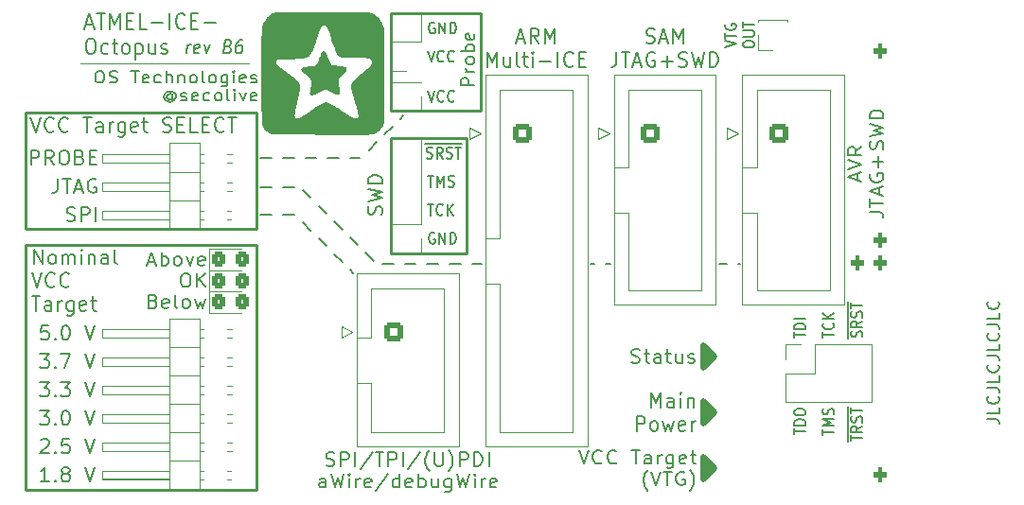
<source format=gbr>
G04 #@! TF.GenerationSoftware,KiCad,Pcbnew,(6.0.10-0)*
G04 #@! TF.CreationDate,2023-01-09T15:38:06+01:00*
G04 #@! TF.ProjectId,ATMEL-ICE-Octopus,41544d45-4c2d-4494-9345-2d4f63746f70,B6*
G04 #@! TF.SameCoordinates,Original*
G04 #@! TF.FileFunction,Legend,Top*
G04 #@! TF.FilePolarity,Positive*
%FSLAX46Y46*%
G04 Gerber Fmt 4.6, Leading zero omitted, Abs format (unit mm)*
G04 Created by KiCad (PCBNEW (6.0.10-0)) date 2023-01-09 15:38:06*
%MOMM*%
%LPD*%
G01*
G04 APERTURE LIST*
G04 Aperture macros list*
%AMRoundRect*
0 Rectangle with rounded corners*
0 $1 Rounding radius*
0 $2 $3 $4 $5 $6 $7 $8 $9 X,Y pos of 4 corners*
0 Add a 4 corners polygon primitive as box body*
4,1,4,$2,$3,$4,$5,$6,$7,$8,$9,$2,$3,0*
0 Add four circle primitives for the rounded corners*
1,1,$1+$1,$2,$3*
1,1,$1+$1,$4,$5*
1,1,$1+$1,$6,$7*
1,1,$1+$1,$8,$9*
0 Add four rect primitives between the rounded corners*
20,1,$1+$1,$2,$3,$4,$5,0*
20,1,$1+$1,$4,$5,$6,$7,0*
20,1,$1+$1,$6,$7,$8,$9,0*
20,1,$1+$1,$8,$9,$2,$3,0*%
%AMOutline5P*
0 Free polygon, 5 corners , with rotation*
0 The origin of the aperture is its center*
0 number of corners: always 5*
0 $1 to $10 corner X, Y*
0 $11 Rotation angle, in degrees counterclockwise*
0 create outline with 5 corners*
4,1,5,$1,$2,$3,$4,$5,$6,$7,$8,$9,$10,$1,$2,$11*%
%AMOutline6P*
0 Free polygon, 6 corners , with rotation*
0 The origin of the aperture is its center*
0 number of corners: always 6*
0 $1 to $12 corner X, Y*
0 $13 Rotation angle, in degrees counterclockwise*
0 create outline with 6 corners*
4,1,6,$1,$2,$3,$4,$5,$6,$7,$8,$9,$10,$11,$12,$1,$2,$13*%
%AMOutline7P*
0 Free polygon, 7 corners , with rotation*
0 The origin of the aperture is its center*
0 number of corners: always 7*
0 $1 to $14 corner X, Y*
0 $15 Rotation angle, in degrees counterclockwise*
0 create outline with 7 corners*
4,1,7,$1,$2,$3,$4,$5,$6,$7,$8,$9,$10,$11,$12,$13,$14,$1,$2,$15*%
%AMOutline8P*
0 Free polygon, 8 corners , with rotation*
0 The origin of the aperture is its center*
0 number of corners: always 8*
0 $1 to $16 corner X, Y*
0 $17 Rotation angle, in degrees counterclockwise*
0 create outline with 8 corners*
4,1,8,$1,$2,$3,$4,$5,$6,$7,$8,$9,$10,$11,$12,$13,$14,$15,$16,$1,$2,$17*%
G04 Aperture macros list end*
%ADD10C,0.200000*%
%ADD11C,0.250000*%
%ADD12C,0.500000*%
%ADD13C,0.100000*%
%ADD14C,0.700000*%
%ADD15C,0.180000*%
%ADD16C,0.150000*%
%ADD17C,0.154000*%
%ADD18C,0.120000*%
%ADD19C,0.500000*%
%ADD20C,2.500000*%
%ADD21RoundRect,0.250000X-0.325000X-0.450000X0.325000X-0.450000X0.325000X0.450000X-0.325000X0.450000X0*%
%ADD22C,1.700000*%
%ADD23O,1.700000X1.700000*%
%ADD24RoundRect,0.250000X-0.600000X-0.600000X0.600000X-0.600000X0.600000X0.600000X-0.600000X0.600000X0*%
%ADD25R,1.700000X1.700000*%
%ADD26Outline8P,-0.600000X0.460000X-0.360000X0.700000X0.360000X0.700000X0.600000X0.460000X0.600000X-0.460000X0.360000X-0.700000X-0.360000X-0.700000X-0.600000X-0.460000X180.000000*%
%ADD27RoundRect,0.420000X0.180000X0.280000X-0.180000X0.280000X-0.180000X-0.280000X0.180000X-0.280000X0*%
%ADD28R,1.000000X1.000000*%
%ADD29O,1.000000X1.000000*%
%ADD30R,1.350000X1.350000*%
%ADD31O,1.350000X1.350000*%
G04 APERTURE END LIST*
D10*
X124600000Y-96700000D02*
X123600000Y-96700000D01*
D11*
X121200000Y-121300000D02*
X100600000Y-121300000D01*
D12*
X161200000Y-118400000D02*
X161200000Y-120400000D01*
D10*
X151500000Y-101100000D02*
X151100000Y-101100000D01*
D11*
X140000000Y-100155000D02*
X140000000Y-89855000D01*
X141300000Y-87400000D02*
X141300000Y-78680000D01*
D10*
X128900000Y-98000000D02*
X128200000Y-97300000D01*
D11*
X141300000Y-78680000D02*
X133300000Y-78680000D01*
D10*
X130300000Y-99400000D02*
X129600000Y-98700000D01*
D13*
X105500000Y-83100000D02*
X120600000Y-83100000D01*
D10*
X131700000Y-100800000D02*
X131000000Y-100100000D01*
D11*
X100600000Y-87500000D02*
X121200000Y-87500000D01*
D12*
X161200000Y-120400000D02*
X162250000Y-119400000D01*
D10*
X164500000Y-101100000D02*
X164300000Y-101100000D01*
X127500000Y-96600000D02*
X126800000Y-95900000D01*
D14*
X161600000Y-119000000D02*
X161600000Y-119800000D01*
D11*
X133300000Y-89850000D02*
X133300000Y-100150000D01*
D10*
X126600000Y-91600000D02*
X125600000Y-91600000D01*
X132700000Y-89500000D02*
X133400000Y-88800000D01*
X135500000Y-101100000D02*
X134500000Y-101100000D01*
X131300000Y-90900000D02*
X132000000Y-90200000D01*
D12*
X161200000Y-113400000D02*
X161200000Y-115400000D01*
D10*
X129600000Y-101600000D02*
X129900000Y-101900000D01*
X124600000Y-91600000D02*
X123600000Y-91600000D01*
D11*
X121200000Y-99400000D02*
X121200000Y-121300000D01*
D10*
X133500000Y-101100000D02*
X132500000Y-101100000D01*
X163300000Y-101100000D02*
X162600000Y-101100000D01*
D11*
X121200000Y-97970000D02*
X100600000Y-97970000D01*
D14*
X161600000Y-109000000D02*
X161600000Y-109800000D01*
D10*
X124600000Y-94200000D02*
X123600000Y-94200000D01*
D11*
X121200000Y-97970000D02*
X121200000Y-87500000D01*
D10*
X141400000Y-101100000D02*
X140500000Y-101100000D01*
X122600000Y-91600000D02*
X121600000Y-91600000D01*
X122600000Y-96700000D02*
X121600000Y-96700000D01*
X139500000Y-101100000D02*
X138500000Y-101100000D01*
X137500000Y-101100000D02*
X136500000Y-101100000D01*
D11*
X100600000Y-87500000D02*
X100600000Y-97970000D01*
X133300000Y-87400000D02*
X133300000Y-78680000D01*
D12*
X161200000Y-110400000D02*
X162250000Y-109400000D01*
D11*
X100600000Y-99400000D02*
X100600000Y-121300000D01*
D12*
X161200000Y-108400000D02*
X161200000Y-110400000D01*
D11*
X141300000Y-87400000D02*
X133300000Y-87400000D01*
D10*
X126800000Y-98800000D02*
X127500000Y-99500000D01*
D11*
X121200000Y-99400000D02*
X100600000Y-99400000D01*
X140000000Y-100155000D02*
X133300000Y-100150000D01*
D12*
X162250000Y-119400000D02*
X161200000Y-118400000D01*
X162250000Y-109400000D02*
X161200000Y-108400000D01*
X161200000Y-115400000D02*
X162250000Y-114400000D01*
D10*
X152900000Y-101100000D02*
X152500000Y-101100000D01*
X126100000Y-95200000D02*
X125400000Y-94500000D01*
X128200000Y-100200000D02*
X128900000Y-100900000D01*
X125400000Y-97400000D02*
X126100000Y-98100000D01*
D12*
X162250000Y-114400000D02*
X161200000Y-113400000D01*
D14*
X161600000Y-114000000D02*
X161600000Y-114800000D01*
D10*
X134100000Y-88100000D02*
X134400000Y-87800000D01*
X128600000Y-91600000D02*
X127600000Y-91600000D01*
X130500000Y-91600000D02*
X129600000Y-91600000D01*
X122600000Y-94200000D02*
X121600000Y-94200000D01*
D11*
X133300000Y-89850000D02*
X140000000Y-89850000D01*
D15*
X127475238Y-119119714D02*
X127660952Y-119176857D01*
X127970476Y-119176857D01*
X128094285Y-119119714D01*
X128156190Y-119062571D01*
X128218095Y-118948285D01*
X128218095Y-118834000D01*
X128156190Y-118719714D01*
X128094285Y-118662571D01*
X127970476Y-118605428D01*
X127722857Y-118548285D01*
X127599047Y-118491142D01*
X127537142Y-118434000D01*
X127475238Y-118319714D01*
X127475238Y-118205428D01*
X127537142Y-118091142D01*
X127599047Y-118034000D01*
X127722857Y-117976857D01*
X128032380Y-117976857D01*
X128218095Y-118034000D01*
X128775238Y-119176857D02*
X128775238Y-117976857D01*
X129270476Y-117976857D01*
X129394285Y-118034000D01*
X129456190Y-118091142D01*
X129518095Y-118205428D01*
X129518095Y-118376857D01*
X129456190Y-118491142D01*
X129394285Y-118548285D01*
X129270476Y-118605428D01*
X128775238Y-118605428D01*
X130075238Y-119176857D02*
X130075238Y-117976857D01*
X131622857Y-117919714D02*
X130508571Y-119462571D01*
X131870476Y-117976857D02*
X132613333Y-117976857D01*
X132241904Y-119176857D02*
X132241904Y-117976857D01*
X133046666Y-119176857D02*
X133046666Y-117976857D01*
X133541904Y-117976857D01*
X133665714Y-118034000D01*
X133727619Y-118091142D01*
X133789523Y-118205428D01*
X133789523Y-118376857D01*
X133727619Y-118491142D01*
X133665714Y-118548285D01*
X133541904Y-118605428D01*
X133046666Y-118605428D01*
X134346666Y-119176857D02*
X134346666Y-117976857D01*
X135894285Y-117919714D02*
X134780000Y-119462571D01*
X136699047Y-119634000D02*
X136637142Y-119576857D01*
X136513333Y-119405428D01*
X136451428Y-119291142D01*
X136389523Y-119119714D01*
X136327619Y-118834000D01*
X136327619Y-118605428D01*
X136389523Y-118319714D01*
X136451428Y-118148285D01*
X136513333Y-118034000D01*
X136637142Y-117862571D01*
X136699047Y-117805428D01*
X137194285Y-117976857D02*
X137194285Y-118948285D01*
X137256190Y-119062571D01*
X137318095Y-119119714D01*
X137441904Y-119176857D01*
X137689523Y-119176857D01*
X137813333Y-119119714D01*
X137875238Y-119062571D01*
X137937142Y-118948285D01*
X137937142Y-117976857D01*
X138432380Y-119634000D02*
X138494285Y-119576857D01*
X138618095Y-119405428D01*
X138680000Y-119291142D01*
X138741904Y-119119714D01*
X138803809Y-118834000D01*
X138803809Y-118605428D01*
X138741904Y-118319714D01*
X138680000Y-118148285D01*
X138618095Y-118034000D01*
X138494285Y-117862571D01*
X138432380Y-117805428D01*
X139422857Y-119176857D02*
X139422857Y-117976857D01*
X139918095Y-117976857D01*
X140041904Y-118034000D01*
X140103809Y-118091142D01*
X140165714Y-118205428D01*
X140165714Y-118376857D01*
X140103809Y-118491142D01*
X140041904Y-118548285D01*
X139918095Y-118605428D01*
X139422857Y-118605428D01*
X140722857Y-119176857D02*
X140722857Y-117976857D01*
X141032380Y-117976857D01*
X141218095Y-118034000D01*
X141341904Y-118148285D01*
X141403809Y-118262571D01*
X141465714Y-118491142D01*
X141465714Y-118662571D01*
X141403809Y-118891142D01*
X141341904Y-119005428D01*
X141218095Y-119119714D01*
X141032380Y-119176857D01*
X140722857Y-119176857D01*
X142022857Y-119176857D02*
X142022857Y-117976857D01*
X127444285Y-121108857D02*
X127444285Y-120480285D01*
X127382380Y-120366000D01*
X127258571Y-120308857D01*
X127010952Y-120308857D01*
X126887142Y-120366000D01*
X127444285Y-121051714D02*
X127320476Y-121108857D01*
X127010952Y-121108857D01*
X126887142Y-121051714D01*
X126825238Y-120937428D01*
X126825238Y-120823142D01*
X126887142Y-120708857D01*
X127010952Y-120651714D01*
X127320476Y-120651714D01*
X127444285Y-120594571D01*
X127939523Y-119908857D02*
X128249047Y-121108857D01*
X128496666Y-120251714D01*
X128744285Y-121108857D01*
X129053809Y-119908857D01*
X129549047Y-121108857D02*
X129549047Y-120308857D01*
X129549047Y-119908857D02*
X129487142Y-119966000D01*
X129549047Y-120023142D01*
X129610952Y-119966000D01*
X129549047Y-119908857D01*
X129549047Y-120023142D01*
X130168095Y-121108857D02*
X130168095Y-120308857D01*
X130168095Y-120537428D02*
X130230000Y-120423142D01*
X130291904Y-120366000D01*
X130415714Y-120308857D01*
X130539523Y-120308857D01*
X131468095Y-121051714D02*
X131344285Y-121108857D01*
X131096666Y-121108857D01*
X130972857Y-121051714D01*
X130910952Y-120937428D01*
X130910952Y-120480285D01*
X130972857Y-120366000D01*
X131096666Y-120308857D01*
X131344285Y-120308857D01*
X131468095Y-120366000D01*
X131530000Y-120480285D01*
X131530000Y-120594571D01*
X130910952Y-120708857D01*
X133015714Y-119851714D02*
X131901428Y-121394571D01*
X134006190Y-121108857D02*
X134006190Y-119908857D01*
X134006190Y-121051714D02*
X133882380Y-121108857D01*
X133634761Y-121108857D01*
X133510952Y-121051714D01*
X133449047Y-120994571D01*
X133387142Y-120880285D01*
X133387142Y-120537428D01*
X133449047Y-120423142D01*
X133510952Y-120366000D01*
X133634761Y-120308857D01*
X133882380Y-120308857D01*
X134006190Y-120366000D01*
X135120476Y-121051714D02*
X134996666Y-121108857D01*
X134749047Y-121108857D01*
X134625238Y-121051714D01*
X134563333Y-120937428D01*
X134563333Y-120480285D01*
X134625238Y-120366000D01*
X134749047Y-120308857D01*
X134996666Y-120308857D01*
X135120476Y-120366000D01*
X135182380Y-120480285D01*
X135182380Y-120594571D01*
X134563333Y-120708857D01*
X135739523Y-121108857D02*
X135739523Y-119908857D01*
X135739523Y-120366000D02*
X135863333Y-120308857D01*
X136110952Y-120308857D01*
X136234761Y-120366000D01*
X136296666Y-120423142D01*
X136358571Y-120537428D01*
X136358571Y-120880285D01*
X136296666Y-120994571D01*
X136234761Y-121051714D01*
X136110952Y-121108857D01*
X135863333Y-121108857D01*
X135739523Y-121051714D01*
X137472857Y-120308857D02*
X137472857Y-121108857D01*
X136915714Y-120308857D02*
X136915714Y-120937428D01*
X136977619Y-121051714D01*
X137101428Y-121108857D01*
X137287142Y-121108857D01*
X137410952Y-121051714D01*
X137472857Y-120994571D01*
X138649047Y-120308857D02*
X138649047Y-121280285D01*
X138587142Y-121394571D01*
X138525238Y-121451714D01*
X138401428Y-121508857D01*
X138215714Y-121508857D01*
X138091904Y-121451714D01*
X138649047Y-121051714D02*
X138525238Y-121108857D01*
X138277619Y-121108857D01*
X138153809Y-121051714D01*
X138091904Y-120994571D01*
X138030000Y-120880285D01*
X138030000Y-120537428D01*
X138091904Y-120423142D01*
X138153809Y-120366000D01*
X138277619Y-120308857D01*
X138525238Y-120308857D01*
X138649047Y-120366000D01*
X139144285Y-119908857D02*
X139453809Y-121108857D01*
X139701428Y-120251714D01*
X139949047Y-121108857D01*
X140258571Y-119908857D01*
X140753809Y-121108857D02*
X140753809Y-120308857D01*
X140753809Y-119908857D02*
X140691904Y-119966000D01*
X140753809Y-120023142D01*
X140815714Y-119966000D01*
X140753809Y-119908857D01*
X140753809Y-120023142D01*
X141372857Y-121108857D02*
X141372857Y-120308857D01*
X141372857Y-120537428D02*
X141434761Y-120423142D01*
X141496666Y-120366000D01*
X141620476Y-120308857D01*
X141744285Y-120308857D01*
X142672857Y-121051714D02*
X142549047Y-121108857D01*
X142301428Y-121108857D01*
X142177619Y-121051714D01*
X142115714Y-120937428D01*
X142115714Y-120480285D01*
X142177619Y-120366000D01*
X142301428Y-120308857D01*
X142549047Y-120308857D01*
X142672857Y-120366000D01*
X142734761Y-120480285D01*
X142734761Y-120594571D01*
X142115714Y-120708857D01*
X111992523Y-104414285D02*
X112178238Y-104471428D01*
X112240142Y-104528571D01*
X112302047Y-104642857D01*
X112302047Y-104814285D01*
X112240142Y-104928571D01*
X112178238Y-104985714D01*
X112054428Y-105042857D01*
X111559190Y-105042857D01*
X111559190Y-103842857D01*
X111992523Y-103842857D01*
X112116333Y-103900000D01*
X112178238Y-103957142D01*
X112240142Y-104071428D01*
X112240142Y-104185714D01*
X112178238Y-104300000D01*
X112116333Y-104357142D01*
X111992523Y-104414285D01*
X111559190Y-104414285D01*
X113354428Y-104985714D02*
X113230619Y-105042857D01*
X112983000Y-105042857D01*
X112859190Y-104985714D01*
X112797285Y-104871428D01*
X112797285Y-104414285D01*
X112859190Y-104300000D01*
X112983000Y-104242857D01*
X113230619Y-104242857D01*
X113354428Y-104300000D01*
X113416333Y-104414285D01*
X113416333Y-104528571D01*
X112797285Y-104642857D01*
X114159190Y-105042857D02*
X114035380Y-104985714D01*
X113973476Y-104871428D01*
X113973476Y-103842857D01*
X114840142Y-105042857D02*
X114716333Y-104985714D01*
X114654428Y-104928571D01*
X114592523Y-104814285D01*
X114592523Y-104471428D01*
X114654428Y-104357142D01*
X114716333Y-104300000D01*
X114840142Y-104242857D01*
X115025857Y-104242857D01*
X115149666Y-104300000D01*
X115211571Y-104357142D01*
X115273476Y-104471428D01*
X115273476Y-104814285D01*
X115211571Y-104928571D01*
X115149666Y-104985714D01*
X115025857Y-105042857D01*
X114840142Y-105042857D01*
X115706809Y-104242857D02*
X115954428Y-105042857D01*
X116202047Y-104471428D01*
X116449666Y-105042857D01*
X116697285Y-104242857D01*
D16*
X136583214Y-95737380D02*
X137097500Y-95737380D01*
X136840357Y-96737380D02*
X136840357Y-95737380D01*
X137911785Y-96642142D02*
X137868928Y-96689761D01*
X137740357Y-96737380D01*
X137654642Y-96737380D01*
X137526071Y-96689761D01*
X137440357Y-96594523D01*
X137397500Y-96499285D01*
X137354642Y-96308809D01*
X137354642Y-96165952D01*
X137397500Y-95975476D01*
X137440357Y-95880238D01*
X137526071Y-95785000D01*
X137654642Y-95737380D01*
X137740357Y-95737380D01*
X137868928Y-95785000D01*
X137911785Y-95832619D01*
X138297500Y-96737380D02*
X138297500Y-95737380D01*
X138811785Y-96737380D02*
X138426071Y-96165952D01*
X138811785Y-95737380D02*
X138297500Y-96308809D01*
X136583214Y-82002380D02*
X136883214Y-83002380D01*
X137183214Y-82002380D01*
X137997500Y-82907142D02*
X137954642Y-82954761D01*
X137826071Y-83002380D01*
X137740357Y-83002380D01*
X137611785Y-82954761D01*
X137526071Y-82859523D01*
X137483214Y-82764285D01*
X137440357Y-82573809D01*
X137440357Y-82430952D01*
X137483214Y-82240476D01*
X137526071Y-82145238D01*
X137611785Y-82050000D01*
X137740357Y-82002380D01*
X137826071Y-82002380D01*
X137954642Y-82050000D01*
X137997500Y-82097619D01*
X138897500Y-82907142D02*
X138854642Y-82954761D01*
X138726071Y-83002380D01*
X138640357Y-83002380D01*
X138511785Y-82954761D01*
X138426071Y-82859523D01*
X138383214Y-82764285D01*
X138340357Y-82573809D01*
X138340357Y-82430952D01*
X138383214Y-82240476D01*
X138426071Y-82145238D01*
X138511785Y-82050000D01*
X138640357Y-82002380D01*
X138726071Y-82002380D01*
X138854642Y-82050000D01*
X138897500Y-82097619D01*
D15*
X101040809Y-87988095D02*
X101474142Y-89288095D01*
X101907476Y-87988095D01*
X103083666Y-89164285D02*
X103021761Y-89226190D01*
X102836047Y-89288095D01*
X102712238Y-89288095D01*
X102526523Y-89226190D01*
X102402714Y-89102380D01*
X102340809Y-88978571D01*
X102278904Y-88730952D01*
X102278904Y-88545238D01*
X102340809Y-88297619D01*
X102402714Y-88173809D01*
X102526523Y-88050000D01*
X102712238Y-87988095D01*
X102836047Y-87988095D01*
X103021761Y-88050000D01*
X103083666Y-88111904D01*
X104383666Y-89164285D02*
X104321761Y-89226190D01*
X104136047Y-89288095D01*
X104012238Y-89288095D01*
X103826523Y-89226190D01*
X103702714Y-89102380D01*
X103640809Y-88978571D01*
X103578904Y-88730952D01*
X103578904Y-88545238D01*
X103640809Y-88297619D01*
X103702714Y-88173809D01*
X103826523Y-88050000D01*
X104012238Y-87988095D01*
X104136047Y-87988095D01*
X104321761Y-88050000D01*
X104383666Y-88111904D01*
X105745571Y-87988095D02*
X106488428Y-87988095D01*
X106117000Y-89288095D02*
X106117000Y-87988095D01*
X107478904Y-89288095D02*
X107478904Y-88607142D01*
X107417000Y-88483333D01*
X107293190Y-88421428D01*
X107045571Y-88421428D01*
X106921761Y-88483333D01*
X107478904Y-89226190D02*
X107355095Y-89288095D01*
X107045571Y-89288095D01*
X106921761Y-89226190D01*
X106859857Y-89102380D01*
X106859857Y-88978571D01*
X106921761Y-88854761D01*
X107045571Y-88792857D01*
X107355095Y-88792857D01*
X107478904Y-88730952D01*
X108097952Y-89288095D02*
X108097952Y-88421428D01*
X108097952Y-88669047D02*
X108159857Y-88545238D01*
X108221761Y-88483333D01*
X108345571Y-88421428D01*
X108469380Y-88421428D01*
X109459857Y-88421428D02*
X109459857Y-89473809D01*
X109397952Y-89597619D01*
X109336047Y-89659523D01*
X109212238Y-89721428D01*
X109026523Y-89721428D01*
X108902714Y-89659523D01*
X109459857Y-89226190D02*
X109336047Y-89288095D01*
X109088428Y-89288095D01*
X108964619Y-89226190D01*
X108902714Y-89164285D01*
X108840809Y-89040476D01*
X108840809Y-88669047D01*
X108902714Y-88545238D01*
X108964619Y-88483333D01*
X109088428Y-88421428D01*
X109336047Y-88421428D01*
X109459857Y-88483333D01*
X110574142Y-89226190D02*
X110450333Y-89288095D01*
X110202714Y-89288095D01*
X110078904Y-89226190D01*
X110017000Y-89102380D01*
X110017000Y-88607142D01*
X110078904Y-88483333D01*
X110202714Y-88421428D01*
X110450333Y-88421428D01*
X110574142Y-88483333D01*
X110636047Y-88607142D01*
X110636047Y-88730952D01*
X110017000Y-88854761D01*
X111007476Y-88421428D02*
X111502714Y-88421428D01*
X111193190Y-87988095D02*
X111193190Y-89102380D01*
X111255095Y-89226190D01*
X111378904Y-89288095D01*
X111502714Y-89288095D01*
X112864619Y-89226190D02*
X113050333Y-89288095D01*
X113359857Y-89288095D01*
X113483666Y-89226190D01*
X113545571Y-89164285D01*
X113607476Y-89040476D01*
X113607476Y-88916666D01*
X113545571Y-88792857D01*
X113483666Y-88730952D01*
X113359857Y-88669047D01*
X113112238Y-88607142D01*
X112988428Y-88545238D01*
X112926523Y-88483333D01*
X112864619Y-88359523D01*
X112864619Y-88235714D01*
X112926523Y-88111904D01*
X112988428Y-88050000D01*
X113112238Y-87988095D01*
X113421761Y-87988095D01*
X113607476Y-88050000D01*
X114164619Y-88607142D02*
X114597952Y-88607142D01*
X114783666Y-89288095D02*
X114164619Y-89288095D01*
X114164619Y-87988095D01*
X114783666Y-87988095D01*
X115959857Y-89288095D02*
X115340809Y-89288095D01*
X115340809Y-87988095D01*
X116393190Y-88607142D02*
X116826523Y-88607142D01*
X117012238Y-89288095D02*
X116393190Y-89288095D01*
X116393190Y-87988095D01*
X117012238Y-87988095D01*
X118312238Y-89164285D02*
X118250333Y-89226190D01*
X118064619Y-89288095D01*
X117940809Y-89288095D01*
X117755095Y-89226190D01*
X117631285Y-89102380D01*
X117569380Y-88978571D01*
X117507476Y-88730952D01*
X117507476Y-88545238D01*
X117569380Y-88297619D01*
X117631285Y-88173809D01*
X117755095Y-88050000D01*
X117940809Y-87988095D01*
X118064619Y-87988095D01*
X118250333Y-88050000D01*
X118312238Y-88111904D01*
X118683666Y-87988095D02*
X119426523Y-87988095D01*
X119055095Y-89288095D02*
X119055095Y-87988095D01*
D16*
X169352380Y-107716785D02*
X169352380Y-107202500D01*
X170352380Y-107459642D02*
X169352380Y-107459642D01*
X170352380Y-106902500D02*
X169352380Y-106902500D01*
X169352380Y-106688214D01*
X169400000Y-106559642D01*
X169495238Y-106473928D01*
X169590476Y-106431071D01*
X169780952Y-106388214D01*
X169923809Y-106388214D01*
X170114285Y-106431071D01*
X170209523Y-106473928D01*
X170304761Y-106559642D01*
X170352380Y-106688214D01*
X170352380Y-106902500D01*
X170352380Y-106002500D02*
X169352380Y-106002500D01*
D15*
X114778238Y-101942857D02*
X115025857Y-101942857D01*
X115149666Y-102000000D01*
X115273476Y-102114285D01*
X115335380Y-102342857D01*
X115335380Y-102742857D01*
X115273476Y-102971428D01*
X115149666Y-103085714D01*
X115025857Y-103142857D01*
X114778238Y-103142857D01*
X114654428Y-103085714D01*
X114530619Y-102971428D01*
X114468714Y-102742857D01*
X114468714Y-102342857D01*
X114530619Y-102114285D01*
X114654428Y-102000000D01*
X114778238Y-101942857D01*
X115892523Y-103142857D02*
X115892523Y-101942857D01*
X116635380Y-103142857D02*
X116078238Y-102457142D01*
X116635380Y-101942857D02*
X115892523Y-102628571D01*
X101326523Y-101095095D02*
X101326523Y-99795095D01*
X102069380Y-101095095D01*
X102069380Y-99795095D01*
X102874142Y-101095095D02*
X102750333Y-101033190D01*
X102688428Y-100971285D01*
X102626523Y-100847476D01*
X102626523Y-100476047D01*
X102688428Y-100352238D01*
X102750333Y-100290333D01*
X102874142Y-100228428D01*
X103059857Y-100228428D01*
X103183666Y-100290333D01*
X103245571Y-100352238D01*
X103307476Y-100476047D01*
X103307476Y-100847476D01*
X103245571Y-100971285D01*
X103183666Y-101033190D01*
X103059857Y-101095095D01*
X102874142Y-101095095D01*
X103864619Y-101095095D02*
X103864619Y-100228428D01*
X103864619Y-100352238D02*
X103926523Y-100290333D01*
X104050333Y-100228428D01*
X104236047Y-100228428D01*
X104359857Y-100290333D01*
X104421761Y-100414142D01*
X104421761Y-101095095D01*
X104421761Y-100414142D02*
X104483666Y-100290333D01*
X104607476Y-100228428D01*
X104793190Y-100228428D01*
X104917000Y-100290333D01*
X104978904Y-100414142D01*
X104978904Y-101095095D01*
X105597952Y-101095095D02*
X105597952Y-100228428D01*
X105597952Y-99795095D02*
X105536047Y-99857000D01*
X105597952Y-99918904D01*
X105659857Y-99857000D01*
X105597952Y-99795095D01*
X105597952Y-99918904D01*
X106217000Y-100228428D02*
X106217000Y-101095095D01*
X106217000Y-100352238D02*
X106278904Y-100290333D01*
X106402714Y-100228428D01*
X106588428Y-100228428D01*
X106712238Y-100290333D01*
X106774142Y-100414142D01*
X106774142Y-101095095D01*
X107950333Y-101095095D02*
X107950333Y-100414142D01*
X107888428Y-100290333D01*
X107764619Y-100228428D01*
X107517000Y-100228428D01*
X107393190Y-100290333D01*
X107950333Y-101033190D02*
X107826523Y-101095095D01*
X107517000Y-101095095D01*
X107393190Y-101033190D01*
X107331285Y-100909380D01*
X107331285Y-100785571D01*
X107393190Y-100661761D01*
X107517000Y-100599857D01*
X107826523Y-100599857D01*
X107950333Y-100537952D01*
X108755095Y-101095095D02*
X108631285Y-101033190D01*
X108569380Y-100909380D01*
X108569380Y-99795095D01*
X101140809Y-101888095D02*
X101574142Y-103188095D01*
X102007476Y-101888095D01*
X103183666Y-103064285D02*
X103121761Y-103126190D01*
X102936047Y-103188095D01*
X102812238Y-103188095D01*
X102626523Y-103126190D01*
X102502714Y-103002380D01*
X102440809Y-102878571D01*
X102378904Y-102630952D01*
X102378904Y-102445238D01*
X102440809Y-102197619D01*
X102502714Y-102073809D01*
X102626523Y-101950000D01*
X102812238Y-101888095D01*
X102936047Y-101888095D01*
X103121761Y-101950000D01*
X103183666Y-102011904D01*
X104483666Y-103064285D02*
X104421761Y-103126190D01*
X104236047Y-103188095D01*
X104112238Y-103188095D01*
X103926523Y-103126190D01*
X103802714Y-103002380D01*
X103740809Y-102878571D01*
X103678904Y-102630952D01*
X103678904Y-102445238D01*
X103740809Y-102197619D01*
X103802714Y-102073809D01*
X103926523Y-101950000D01*
X104112238Y-101888095D01*
X104236047Y-101888095D01*
X104421761Y-101950000D01*
X104483666Y-102011904D01*
X101140809Y-103981095D02*
X101883666Y-103981095D01*
X101512238Y-105281095D02*
X101512238Y-103981095D01*
X102874142Y-105281095D02*
X102874142Y-104600142D01*
X102812238Y-104476333D01*
X102688428Y-104414428D01*
X102440809Y-104414428D01*
X102317000Y-104476333D01*
X102874142Y-105219190D02*
X102750333Y-105281095D01*
X102440809Y-105281095D01*
X102317000Y-105219190D01*
X102255095Y-105095380D01*
X102255095Y-104971571D01*
X102317000Y-104847761D01*
X102440809Y-104785857D01*
X102750333Y-104785857D01*
X102874142Y-104723952D01*
X103493190Y-105281095D02*
X103493190Y-104414428D01*
X103493190Y-104662047D02*
X103555095Y-104538238D01*
X103617000Y-104476333D01*
X103740809Y-104414428D01*
X103864619Y-104414428D01*
X104855095Y-104414428D02*
X104855095Y-105466809D01*
X104793190Y-105590619D01*
X104731285Y-105652523D01*
X104607476Y-105714428D01*
X104421761Y-105714428D01*
X104297952Y-105652523D01*
X104855095Y-105219190D02*
X104731285Y-105281095D01*
X104483666Y-105281095D01*
X104359857Y-105219190D01*
X104297952Y-105157285D01*
X104236047Y-105033476D01*
X104236047Y-104662047D01*
X104297952Y-104538238D01*
X104359857Y-104476333D01*
X104483666Y-104414428D01*
X104731285Y-104414428D01*
X104855095Y-104476333D01*
X105969380Y-105219190D02*
X105845571Y-105281095D01*
X105597952Y-105281095D01*
X105474142Y-105219190D01*
X105412238Y-105095380D01*
X105412238Y-104600142D01*
X105474142Y-104476333D01*
X105597952Y-104414428D01*
X105845571Y-104414428D01*
X105969380Y-104476333D01*
X106031285Y-104600142D01*
X106031285Y-104723952D01*
X105412238Y-104847761D01*
X106402714Y-104414428D02*
X106897952Y-104414428D01*
X106588428Y-103981095D02*
X106588428Y-105095380D01*
X106650333Y-105219190D01*
X106774142Y-105281095D01*
X106897952Y-105281095D01*
X156108571Y-81279690D02*
X156294285Y-81341595D01*
X156603809Y-81341595D01*
X156727619Y-81279690D01*
X156789523Y-81217785D01*
X156851428Y-81093976D01*
X156851428Y-80970166D01*
X156789523Y-80846357D01*
X156727619Y-80784452D01*
X156603809Y-80722547D01*
X156356190Y-80660642D01*
X156232380Y-80598738D01*
X156170476Y-80536833D01*
X156108571Y-80413023D01*
X156108571Y-80289214D01*
X156170476Y-80165404D01*
X156232380Y-80103500D01*
X156356190Y-80041595D01*
X156665714Y-80041595D01*
X156851428Y-80103500D01*
X157346666Y-80970166D02*
X157965714Y-80970166D01*
X157222857Y-81341595D02*
X157656190Y-80041595D01*
X158089523Y-81341595D01*
X158522857Y-81341595D02*
X158522857Y-80041595D01*
X158956190Y-80970166D01*
X159389523Y-80041595D01*
X159389523Y-81341595D01*
X153446666Y-82134595D02*
X153446666Y-83063166D01*
X153384761Y-83248880D01*
X153260952Y-83372690D01*
X153075238Y-83434595D01*
X152951428Y-83434595D01*
X153880000Y-82134595D02*
X154622857Y-82134595D01*
X154251428Y-83434595D02*
X154251428Y-82134595D01*
X154994285Y-83063166D02*
X155613333Y-83063166D01*
X154870476Y-83434595D02*
X155303809Y-82134595D01*
X155737142Y-83434595D01*
X156851428Y-82196500D02*
X156727619Y-82134595D01*
X156541904Y-82134595D01*
X156356190Y-82196500D01*
X156232380Y-82320309D01*
X156170476Y-82444119D01*
X156108571Y-82691738D01*
X156108571Y-82877452D01*
X156170476Y-83125071D01*
X156232380Y-83248880D01*
X156356190Y-83372690D01*
X156541904Y-83434595D01*
X156665714Y-83434595D01*
X156851428Y-83372690D01*
X156913333Y-83310785D01*
X156913333Y-82877452D01*
X156665714Y-82877452D01*
X157470476Y-82939357D02*
X158460952Y-82939357D01*
X157965714Y-83434595D02*
X157965714Y-82444119D01*
X159018095Y-83372690D02*
X159203809Y-83434595D01*
X159513333Y-83434595D01*
X159637142Y-83372690D01*
X159699047Y-83310785D01*
X159760952Y-83186976D01*
X159760952Y-83063166D01*
X159699047Y-82939357D01*
X159637142Y-82877452D01*
X159513333Y-82815547D01*
X159265714Y-82753642D01*
X159141904Y-82691738D01*
X159080000Y-82629833D01*
X159018095Y-82506023D01*
X159018095Y-82382214D01*
X159080000Y-82258404D01*
X159141904Y-82196500D01*
X159265714Y-82134595D01*
X159575238Y-82134595D01*
X159760952Y-82196500D01*
X160194285Y-82134595D02*
X160503809Y-83434595D01*
X160751428Y-82506023D01*
X160999047Y-83434595D01*
X161308571Y-82134595D01*
X161803809Y-83434595D02*
X161803809Y-82134595D01*
X162113333Y-82134595D01*
X162299047Y-82196500D01*
X162422857Y-82320309D01*
X162484761Y-82444119D01*
X162546666Y-82691738D01*
X162546666Y-82877452D01*
X162484761Y-83125071D01*
X162422857Y-83248880D01*
X162299047Y-83372690D01*
X162113333Y-83434595D01*
X161803809Y-83434595D01*
D16*
X163147380Y-81692857D02*
X164147380Y-81392857D01*
X163147380Y-81092857D01*
X163147380Y-80921428D02*
X163147380Y-80407142D01*
X164147380Y-80664285D02*
X163147380Y-80664285D01*
X163195000Y-79635714D02*
X163147380Y-79721428D01*
X163147380Y-79850000D01*
X163195000Y-79978571D01*
X163290238Y-80064285D01*
X163385476Y-80107142D01*
X163575952Y-80150000D01*
X163718809Y-80150000D01*
X163909285Y-80107142D01*
X164004523Y-80064285D01*
X164099761Y-79978571D01*
X164147380Y-79850000D01*
X164147380Y-79764285D01*
X164099761Y-79635714D01*
X164052142Y-79592857D01*
X163718809Y-79592857D01*
X163718809Y-79764285D01*
X164757380Y-81500000D02*
X164757380Y-81328571D01*
X164805000Y-81242857D01*
X164900238Y-81157142D01*
X165090714Y-81114285D01*
X165424047Y-81114285D01*
X165614523Y-81157142D01*
X165709761Y-81242857D01*
X165757380Y-81328571D01*
X165757380Y-81500000D01*
X165709761Y-81585714D01*
X165614523Y-81671428D01*
X165424047Y-81714285D01*
X165090714Y-81714285D01*
X164900238Y-81671428D01*
X164805000Y-81585714D01*
X164757380Y-81500000D01*
X164757380Y-80728571D02*
X165566904Y-80728571D01*
X165662142Y-80685714D01*
X165709761Y-80642857D01*
X165757380Y-80557142D01*
X165757380Y-80385714D01*
X165709761Y-80300000D01*
X165662142Y-80257142D01*
X165566904Y-80214285D01*
X164757380Y-80214285D01*
X164757380Y-79914285D02*
X164757380Y-79400000D01*
X165757380Y-79657142D02*
X164757380Y-79657142D01*
D15*
X132426190Y-96664285D02*
X132488095Y-96478571D01*
X132488095Y-96169047D01*
X132426190Y-96045238D01*
X132364285Y-95983333D01*
X132240476Y-95921428D01*
X132116666Y-95921428D01*
X131992857Y-95983333D01*
X131930952Y-96045238D01*
X131869047Y-96169047D01*
X131807142Y-96416666D01*
X131745238Y-96540476D01*
X131683333Y-96602380D01*
X131559523Y-96664285D01*
X131435714Y-96664285D01*
X131311904Y-96602380D01*
X131250000Y-96540476D01*
X131188095Y-96416666D01*
X131188095Y-96107142D01*
X131250000Y-95921428D01*
X131188095Y-95488095D02*
X132488095Y-95178571D01*
X131559523Y-94930952D01*
X132488095Y-94683333D01*
X131188095Y-94373809D01*
X132488095Y-93878571D02*
X131188095Y-93878571D01*
X131188095Y-93569047D01*
X131250000Y-93383333D01*
X131373809Y-93259523D01*
X131497619Y-93197619D01*
X131745238Y-93135714D01*
X131930952Y-93135714D01*
X132178571Y-93197619D01*
X132302380Y-93259523D01*
X132426190Y-93383333D01*
X132488095Y-93569047D01*
X132488095Y-93878571D01*
D16*
X136583214Y-93197380D02*
X137097500Y-93197380D01*
X136840357Y-94197380D02*
X136840357Y-93197380D01*
X137397500Y-94197380D02*
X137397500Y-93197380D01*
X137697500Y-93911666D01*
X137997500Y-93197380D01*
X137997500Y-94197380D01*
X138383214Y-94149761D02*
X138511785Y-94197380D01*
X138726071Y-94197380D01*
X138811785Y-94149761D01*
X138854642Y-94102142D01*
X138897500Y-94006904D01*
X138897500Y-93911666D01*
X138854642Y-93816428D01*
X138811785Y-93768809D01*
X138726071Y-93721190D01*
X138554642Y-93673571D01*
X138468928Y-93625952D01*
X138426071Y-93578333D01*
X138383214Y-93483095D01*
X138383214Y-93387857D01*
X138426071Y-93292619D01*
X138468928Y-93245000D01*
X138554642Y-93197380D01*
X138768928Y-93197380D01*
X138897500Y-93245000D01*
D15*
X102611571Y-106588095D02*
X101992523Y-106588095D01*
X101930619Y-107207142D01*
X101992523Y-107145238D01*
X102116333Y-107083333D01*
X102425857Y-107083333D01*
X102549666Y-107145238D01*
X102611571Y-107207142D01*
X102673476Y-107330952D01*
X102673476Y-107640476D01*
X102611571Y-107764285D01*
X102549666Y-107826190D01*
X102425857Y-107888095D01*
X102116333Y-107888095D01*
X101992523Y-107826190D01*
X101930619Y-107764285D01*
X103230619Y-107764285D02*
X103292523Y-107826190D01*
X103230619Y-107888095D01*
X103168714Y-107826190D01*
X103230619Y-107764285D01*
X103230619Y-107888095D01*
X104097285Y-106588095D02*
X104221095Y-106588095D01*
X104344904Y-106650000D01*
X104406809Y-106711904D01*
X104468714Y-106835714D01*
X104530619Y-107083333D01*
X104530619Y-107392857D01*
X104468714Y-107640476D01*
X104406809Y-107764285D01*
X104344904Y-107826190D01*
X104221095Y-107888095D01*
X104097285Y-107888095D01*
X103973476Y-107826190D01*
X103911571Y-107764285D01*
X103849666Y-107640476D01*
X103787761Y-107392857D01*
X103787761Y-107083333D01*
X103849666Y-106835714D01*
X103911571Y-106711904D01*
X103973476Y-106650000D01*
X104097285Y-106588095D01*
X105892523Y-106588095D02*
X106325857Y-107888095D01*
X106759190Y-106588095D01*
D16*
X107102500Y-83847380D02*
X107331071Y-83847380D01*
X107445357Y-83895000D01*
X107559642Y-83990238D01*
X107616785Y-84180714D01*
X107616785Y-84514047D01*
X107559642Y-84704523D01*
X107445357Y-84799761D01*
X107331071Y-84847380D01*
X107102500Y-84847380D01*
X106988214Y-84799761D01*
X106873928Y-84704523D01*
X106816785Y-84514047D01*
X106816785Y-84180714D01*
X106873928Y-83990238D01*
X106988214Y-83895000D01*
X107102500Y-83847380D01*
X108073928Y-84799761D02*
X108245357Y-84847380D01*
X108531071Y-84847380D01*
X108645357Y-84799761D01*
X108702500Y-84752142D01*
X108759642Y-84656904D01*
X108759642Y-84561666D01*
X108702500Y-84466428D01*
X108645357Y-84418809D01*
X108531071Y-84371190D01*
X108302500Y-84323571D01*
X108188214Y-84275952D01*
X108131071Y-84228333D01*
X108073928Y-84133095D01*
X108073928Y-84037857D01*
X108131071Y-83942619D01*
X108188214Y-83895000D01*
X108302500Y-83847380D01*
X108588214Y-83847380D01*
X108759642Y-83895000D01*
X110016785Y-83847380D02*
X110702500Y-83847380D01*
X110359642Y-84847380D02*
X110359642Y-83847380D01*
X111559642Y-84799761D02*
X111445357Y-84847380D01*
X111216785Y-84847380D01*
X111102500Y-84799761D01*
X111045357Y-84704523D01*
X111045357Y-84323571D01*
X111102500Y-84228333D01*
X111216785Y-84180714D01*
X111445357Y-84180714D01*
X111559642Y-84228333D01*
X111616785Y-84323571D01*
X111616785Y-84418809D01*
X111045357Y-84514047D01*
X112645357Y-84799761D02*
X112531071Y-84847380D01*
X112302500Y-84847380D01*
X112188214Y-84799761D01*
X112131071Y-84752142D01*
X112073928Y-84656904D01*
X112073928Y-84371190D01*
X112131071Y-84275952D01*
X112188214Y-84228333D01*
X112302500Y-84180714D01*
X112531071Y-84180714D01*
X112645357Y-84228333D01*
X113159642Y-84847380D02*
X113159642Y-83847380D01*
X113673928Y-84847380D02*
X113673928Y-84323571D01*
X113616785Y-84228333D01*
X113502500Y-84180714D01*
X113331071Y-84180714D01*
X113216785Y-84228333D01*
X113159642Y-84275952D01*
X114245357Y-84180714D02*
X114245357Y-84847380D01*
X114245357Y-84275952D02*
X114302500Y-84228333D01*
X114416785Y-84180714D01*
X114588214Y-84180714D01*
X114702500Y-84228333D01*
X114759642Y-84323571D01*
X114759642Y-84847380D01*
X115502500Y-84847380D02*
X115388214Y-84799761D01*
X115331071Y-84752142D01*
X115273928Y-84656904D01*
X115273928Y-84371190D01*
X115331071Y-84275952D01*
X115388214Y-84228333D01*
X115502500Y-84180714D01*
X115673928Y-84180714D01*
X115788214Y-84228333D01*
X115845357Y-84275952D01*
X115902500Y-84371190D01*
X115902500Y-84656904D01*
X115845357Y-84752142D01*
X115788214Y-84799761D01*
X115673928Y-84847380D01*
X115502500Y-84847380D01*
X116588214Y-84847380D02*
X116473928Y-84799761D01*
X116416785Y-84704523D01*
X116416785Y-83847380D01*
X117216785Y-84847380D02*
X117102500Y-84799761D01*
X117045357Y-84752142D01*
X116988214Y-84656904D01*
X116988214Y-84371190D01*
X117045357Y-84275952D01*
X117102500Y-84228333D01*
X117216785Y-84180714D01*
X117388214Y-84180714D01*
X117502500Y-84228333D01*
X117559642Y-84275952D01*
X117616785Y-84371190D01*
X117616785Y-84656904D01*
X117559642Y-84752142D01*
X117502500Y-84799761D01*
X117388214Y-84847380D01*
X117216785Y-84847380D01*
X118645357Y-84180714D02*
X118645357Y-84990238D01*
X118588214Y-85085476D01*
X118531071Y-85133095D01*
X118416785Y-85180714D01*
X118245357Y-85180714D01*
X118131071Y-85133095D01*
X118645357Y-84799761D02*
X118531071Y-84847380D01*
X118302500Y-84847380D01*
X118188214Y-84799761D01*
X118131071Y-84752142D01*
X118073928Y-84656904D01*
X118073928Y-84371190D01*
X118131071Y-84275952D01*
X118188214Y-84228333D01*
X118302500Y-84180714D01*
X118531071Y-84180714D01*
X118645357Y-84228333D01*
X119216785Y-84847380D02*
X119216785Y-84180714D01*
X119216785Y-83847380D02*
X119159642Y-83895000D01*
X119216785Y-83942619D01*
X119273928Y-83895000D01*
X119216785Y-83847380D01*
X119216785Y-83942619D01*
X120245357Y-84799761D02*
X120131071Y-84847380D01*
X119902500Y-84847380D01*
X119788214Y-84799761D01*
X119731071Y-84704523D01*
X119731071Y-84323571D01*
X119788214Y-84228333D01*
X119902500Y-84180714D01*
X120131071Y-84180714D01*
X120245357Y-84228333D01*
X120302500Y-84323571D01*
X120302500Y-84418809D01*
X119731071Y-84514047D01*
X120759642Y-84799761D02*
X120873928Y-84847380D01*
X121102500Y-84847380D01*
X121216785Y-84799761D01*
X121273928Y-84704523D01*
X121273928Y-84656904D01*
X121216785Y-84561666D01*
X121102500Y-84514047D01*
X120931071Y-84514047D01*
X120816785Y-84466428D01*
X120759642Y-84371190D01*
X120759642Y-84323571D01*
X120816785Y-84228333D01*
X120931071Y-84180714D01*
X121102500Y-84180714D01*
X121216785Y-84228333D01*
X113731071Y-85981190D02*
X113673928Y-85933571D01*
X113559642Y-85885952D01*
X113445357Y-85885952D01*
X113331071Y-85933571D01*
X113273928Y-85981190D01*
X113216785Y-86076428D01*
X113216785Y-86171666D01*
X113273928Y-86266904D01*
X113331071Y-86314523D01*
X113445357Y-86362142D01*
X113559642Y-86362142D01*
X113673928Y-86314523D01*
X113731071Y-86266904D01*
X113731071Y-85885952D02*
X113731071Y-86266904D01*
X113788214Y-86314523D01*
X113845357Y-86314523D01*
X113959642Y-86266904D01*
X114016785Y-86171666D01*
X114016785Y-85933571D01*
X113902500Y-85790714D01*
X113731071Y-85695476D01*
X113502500Y-85647857D01*
X113273928Y-85695476D01*
X113102500Y-85790714D01*
X112988214Y-85933571D01*
X112931071Y-86124047D01*
X112988214Y-86314523D01*
X113102500Y-86457380D01*
X113273928Y-86552619D01*
X113502500Y-86600238D01*
X113731071Y-86552619D01*
X113902500Y-86457380D01*
X114473928Y-86409761D02*
X114588214Y-86457380D01*
X114816785Y-86457380D01*
X114931071Y-86409761D01*
X114988214Y-86314523D01*
X114988214Y-86266904D01*
X114931071Y-86171666D01*
X114816785Y-86124047D01*
X114645357Y-86124047D01*
X114531071Y-86076428D01*
X114473928Y-85981190D01*
X114473928Y-85933571D01*
X114531071Y-85838333D01*
X114645357Y-85790714D01*
X114816785Y-85790714D01*
X114931071Y-85838333D01*
X115959642Y-86409761D02*
X115845357Y-86457380D01*
X115616785Y-86457380D01*
X115502500Y-86409761D01*
X115445357Y-86314523D01*
X115445357Y-85933571D01*
X115502500Y-85838333D01*
X115616785Y-85790714D01*
X115845357Y-85790714D01*
X115959642Y-85838333D01*
X116016785Y-85933571D01*
X116016785Y-86028809D01*
X115445357Y-86124047D01*
X117045357Y-86409761D02*
X116931071Y-86457380D01*
X116702500Y-86457380D01*
X116588214Y-86409761D01*
X116531071Y-86362142D01*
X116473928Y-86266904D01*
X116473928Y-85981190D01*
X116531071Y-85885952D01*
X116588214Y-85838333D01*
X116702500Y-85790714D01*
X116931071Y-85790714D01*
X117045357Y-85838333D01*
X117731071Y-86457380D02*
X117616785Y-86409761D01*
X117559642Y-86362142D01*
X117502500Y-86266904D01*
X117502500Y-85981190D01*
X117559642Y-85885952D01*
X117616785Y-85838333D01*
X117731071Y-85790714D01*
X117902500Y-85790714D01*
X118016785Y-85838333D01*
X118073928Y-85885952D01*
X118131071Y-85981190D01*
X118131071Y-86266904D01*
X118073928Y-86362142D01*
X118016785Y-86409761D01*
X117902500Y-86457380D01*
X117731071Y-86457380D01*
X118816785Y-86457380D02*
X118702500Y-86409761D01*
X118645357Y-86314523D01*
X118645357Y-85457380D01*
X119273928Y-86457380D02*
X119273928Y-85790714D01*
X119273928Y-85457380D02*
X119216785Y-85505000D01*
X119273928Y-85552619D01*
X119331071Y-85505000D01*
X119273928Y-85457380D01*
X119273928Y-85552619D01*
X119731071Y-85790714D02*
X120016785Y-86457380D01*
X120302500Y-85790714D01*
X121216785Y-86409761D02*
X121102500Y-86457380D01*
X120873928Y-86457380D01*
X120759642Y-86409761D01*
X120702500Y-86314523D01*
X120702500Y-85933571D01*
X120759642Y-85838333D01*
X120873928Y-85790714D01*
X121102500Y-85790714D01*
X121216785Y-85838333D01*
X121273928Y-85933571D01*
X121273928Y-86028809D01*
X120702500Y-86124047D01*
X136583214Y-85577380D02*
X136883214Y-86577380D01*
X137183214Y-85577380D01*
X137997500Y-86482142D02*
X137954642Y-86529761D01*
X137826071Y-86577380D01*
X137740357Y-86577380D01*
X137611785Y-86529761D01*
X137526071Y-86434523D01*
X137483214Y-86339285D01*
X137440357Y-86148809D01*
X137440357Y-86005952D01*
X137483214Y-85815476D01*
X137526071Y-85720238D01*
X137611785Y-85625000D01*
X137740357Y-85577380D01*
X137826071Y-85577380D01*
X137954642Y-85625000D01*
X137997500Y-85672619D01*
X138897500Y-86482142D02*
X138854642Y-86529761D01*
X138726071Y-86577380D01*
X138640357Y-86577380D01*
X138511785Y-86529761D01*
X138426071Y-86434523D01*
X138383214Y-86339285D01*
X138340357Y-86148809D01*
X138340357Y-86005952D01*
X138383214Y-85815476D01*
X138426071Y-85720238D01*
X138511785Y-85625000D01*
X138640357Y-85577380D01*
X138726071Y-85577380D01*
X138854642Y-85625000D01*
X138897500Y-85672619D01*
D15*
X111559190Y-100900000D02*
X112178238Y-100900000D01*
X111435380Y-101242857D02*
X111868714Y-100042857D01*
X112302047Y-101242857D01*
X112735380Y-101242857D02*
X112735380Y-100042857D01*
X112735380Y-100500000D02*
X112859190Y-100442857D01*
X113106809Y-100442857D01*
X113230619Y-100500000D01*
X113292523Y-100557142D01*
X113354428Y-100671428D01*
X113354428Y-101014285D01*
X113292523Y-101128571D01*
X113230619Y-101185714D01*
X113106809Y-101242857D01*
X112859190Y-101242857D01*
X112735380Y-101185714D01*
X114097285Y-101242857D02*
X113973476Y-101185714D01*
X113911571Y-101128571D01*
X113849666Y-101014285D01*
X113849666Y-100671428D01*
X113911571Y-100557142D01*
X113973476Y-100500000D01*
X114097285Y-100442857D01*
X114283000Y-100442857D01*
X114406809Y-100500000D01*
X114468714Y-100557142D01*
X114530619Y-100671428D01*
X114530619Y-101014285D01*
X114468714Y-101128571D01*
X114406809Y-101185714D01*
X114283000Y-101242857D01*
X114097285Y-101242857D01*
X114963952Y-100442857D02*
X115273476Y-101242857D01*
X115583000Y-100442857D01*
X116573476Y-101185714D02*
X116449666Y-101242857D01*
X116202047Y-101242857D01*
X116078238Y-101185714D01*
X116016333Y-101071428D01*
X116016333Y-100614285D01*
X116078238Y-100500000D01*
X116202047Y-100442857D01*
X116449666Y-100442857D01*
X116573476Y-100500000D01*
X116635380Y-100614285D01*
X116635380Y-100728571D01*
X116016333Y-100842857D01*
D16*
X174150000Y-107802500D02*
X174150000Y-106945357D01*
X175384761Y-107631071D02*
X175432380Y-107502500D01*
X175432380Y-107288214D01*
X175384761Y-107202500D01*
X175337142Y-107159642D01*
X175241904Y-107116785D01*
X175146666Y-107116785D01*
X175051428Y-107159642D01*
X175003809Y-107202500D01*
X174956190Y-107288214D01*
X174908571Y-107459642D01*
X174860952Y-107545357D01*
X174813333Y-107588214D01*
X174718095Y-107631071D01*
X174622857Y-107631071D01*
X174527619Y-107588214D01*
X174480000Y-107545357D01*
X174432380Y-107459642D01*
X174432380Y-107245357D01*
X174480000Y-107116785D01*
X174150000Y-106945357D02*
X174150000Y-106045357D01*
X175432380Y-106216785D02*
X174956190Y-106516785D01*
X175432380Y-106731071D02*
X174432380Y-106731071D01*
X174432380Y-106388214D01*
X174480000Y-106302500D01*
X174527619Y-106259642D01*
X174622857Y-106216785D01*
X174765714Y-106216785D01*
X174860952Y-106259642D01*
X174908571Y-106302500D01*
X174956190Y-106388214D01*
X174956190Y-106731071D01*
X174150000Y-106045357D02*
X174150000Y-105188214D01*
X175384761Y-105873928D02*
X175432380Y-105745357D01*
X175432380Y-105531071D01*
X175384761Y-105445357D01*
X175337142Y-105402500D01*
X175241904Y-105359642D01*
X175146666Y-105359642D01*
X175051428Y-105402500D01*
X175003809Y-105445357D01*
X174956190Y-105531071D01*
X174908571Y-105702500D01*
X174860952Y-105788214D01*
X174813333Y-105831071D01*
X174718095Y-105873928D01*
X174622857Y-105873928D01*
X174527619Y-105831071D01*
X174480000Y-105788214D01*
X174432380Y-105702500D01*
X174432380Y-105488214D01*
X174480000Y-105359642D01*
X174150000Y-105188214D02*
X174150000Y-104502500D01*
X174432380Y-105102500D02*
X174432380Y-104588214D01*
X175432380Y-104845357D02*
X174432380Y-104845357D01*
D15*
X101868714Y-109128095D02*
X102673476Y-109128095D01*
X102240142Y-109623333D01*
X102425857Y-109623333D01*
X102549666Y-109685238D01*
X102611571Y-109747142D01*
X102673476Y-109870952D01*
X102673476Y-110180476D01*
X102611571Y-110304285D01*
X102549666Y-110366190D01*
X102425857Y-110428095D01*
X102054428Y-110428095D01*
X101930619Y-110366190D01*
X101868714Y-110304285D01*
X103230619Y-110304285D02*
X103292523Y-110366190D01*
X103230619Y-110428095D01*
X103168714Y-110366190D01*
X103230619Y-110304285D01*
X103230619Y-110428095D01*
X103725857Y-109128095D02*
X104592523Y-109128095D01*
X104035380Y-110428095D01*
X105892523Y-109128095D02*
X106325857Y-110428095D01*
X106759190Y-109128095D01*
X101868714Y-111668095D02*
X102673476Y-111668095D01*
X102240142Y-112163333D01*
X102425857Y-112163333D01*
X102549666Y-112225238D01*
X102611571Y-112287142D01*
X102673476Y-112410952D01*
X102673476Y-112720476D01*
X102611571Y-112844285D01*
X102549666Y-112906190D01*
X102425857Y-112968095D01*
X102054428Y-112968095D01*
X101930619Y-112906190D01*
X101868714Y-112844285D01*
X103230619Y-112844285D02*
X103292523Y-112906190D01*
X103230619Y-112968095D01*
X103168714Y-112906190D01*
X103230619Y-112844285D01*
X103230619Y-112968095D01*
X103725857Y-111668095D02*
X104530619Y-111668095D01*
X104097285Y-112163333D01*
X104283000Y-112163333D01*
X104406809Y-112225238D01*
X104468714Y-112287142D01*
X104530619Y-112410952D01*
X104530619Y-112720476D01*
X104468714Y-112844285D01*
X104406809Y-112906190D01*
X104283000Y-112968095D01*
X103911571Y-112968095D01*
X103787761Y-112906190D01*
X103725857Y-112844285D01*
X105892523Y-111668095D02*
X106325857Y-112968095D01*
X106759190Y-111668095D01*
D17*
X186597619Y-114980952D02*
X187383333Y-114980952D01*
X187540476Y-115033333D01*
X187645238Y-115138095D01*
X187697619Y-115295238D01*
X187697619Y-115400000D01*
X187697619Y-113933333D02*
X187697619Y-114457142D01*
X186597619Y-114457142D01*
X187592857Y-112938095D02*
X187645238Y-112990476D01*
X187697619Y-113147619D01*
X187697619Y-113252380D01*
X187645238Y-113409523D01*
X187540476Y-113514285D01*
X187435714Y-113566666D01*
X187226190Y-113619047D01*
X187069047Y-113619047D01*
X186859523Y-113566666D01*
X186754761Y-113514285D01*
X186650000Y-113409523D01*
X186597619Y-113252380D01*
X186597619Y-113147619D01*
X186650000Y-112990476D01*
X186702380Y-112938095D01*
X186597619Y-112152380D02*
X187383333Y-112152380D01*
X187540476Y-112204761D01*
X187645238Y-112309523D01*
X187697619Y-112466666D01*
X187697619Y-112571428D01*
X187697619Y-111104761D02*
X187697619Y-111628571D01*
X186597619Y-111628571D01*
X187592857Y-110109523D02*
X187645238Y-110161904D01*
X187697619Y-110319047D01*
X187697619Y-110423809D01*
X187645238Y-110580952D01*
X187540476Y-110685714D01*
X187435714Y-110738095D01*
X187226190Y-110790476D01*
X187069047Y-110790476D01*
X186859523Y-110738095D01*
X186754761Y-110685714D01*
X186650000Y-110580952D01*
X186597619Y-110423809D01*
X186597619Y-110319047D01*
X186650000Y-110161904D01*
X186702380Y-110109523D01*
X186597619Y-109323809D02*
X187383333Y-109323809D01*
X187540476Y-109376190D01*
X187645238Y-109480952D01*
X187697619Y-109638095D01*
X187697619Y-109742857D01*
X187697619Y-108276190D02*
X187697619Y-108800000D01*
X186597619Y-108800000D01*
X187592857Y-107280952D02*
X187645238Y-107333333D01*
X187697619Y-107490476D01*
X187697619Y-107595238D01*
X187645238Y-107752380D01*
X187540476Y-107857142D01*
X187435714Y-107909523D01*
X187226190Y-107961904D01*
X187069047Y-107961904D01*
X186859523Y-107909523D01*
X186754761Y-107857142D01*
X186650000Y-107752380D01*
X186597619Y-107595238D01*
X186597619Y-107490476D01*
X186650000Y-107333333D01*
X186702380Y-107280952D01*
X186597619Y-106495238D02*
X187383333Y-106495238D01*
X187540476Y-106547619D01*
X187645238Y-106652380D01*
X187697619Y-106809523D01*
X187697619Y-106914285D01*
X187697619Y-105447619D02*
X187697619Y-105971428D01*
X186597619Y-105971428D01*
X187592857Y-104452380D02*
X187645238Y-104504761D01*
X187697619Y-104661904D01*
X187697619Y-104766666D01*
X187645238Y-104923809D01*
X187540476Y-105028571D01*
X187435714Y-105080952D01*
X187226190Y-105133333D01*
X187069047Y-105133333D01*
X186859523Y-105080952D01*
X186754761Y-105028571D01*
X186650000Y-104923809D01*
X186597619Y-104766666D01*
X186597619Y-104661904D01*
X186650000Y-104504761D01*
X186702380Y-104452380D01*
D15*
X154802047Y-109926190D02*
X154987761Y-109988095D01*
X155297285Y-109988095D01*
X155421095Y-109926190D01*
X155483000Y-109864285D01*
X155544904Y-109740476D01*
X155544904Y-109616666D01*
X155483000Y-109492857D01*
X155421095Y-109430952D01*
X155297285Y-109369047D01*
X155049666Y-109307142D01*
X154925857Y-109245238D01*
X154863952Y-109183333D01*
X154802047Y-109059523D01*
X154802047Y-108935714D01*
X154863952Y-108811904D01*
X154925857Y-108750000D01*
X155049666Y-108688095D01*
X155359190Y-108688095D01*
X155544904Y-108750000D01*
X155916333Y-109121428D02*
X156411571Y-109121428D01*
X156102047Y-108688095D02*
X156102047Y-109802380D01*
X156163952Y-109926190D01*
X156287761Y-109988095D01*
X156411571Y-109988095D01*
X157402047Y-109988095D02*
X157402047Y-109307142D01*
X157340142Y-109183333D01*
X157216333Y-109121428D01*
X156968714Y-109121428D01*
X156844904Y-109183333D01*
X157402047Y-109926190D02*
X157278238Y-109988095D01*
X156968714Y-109988095D01*
X156844904Y-109926190D01*
X156783000Y-109802380D01*
X156783000Y-109678571D01*
X156844904Y-109554761D01*
X156968714Y-109492857D01*
X157278238Y-109492857D01*
X157402047Y-109430952D01*
X157835380Y-109121428D02*
X158330619Y-109121428D01*
X158021095Y-108688095D02*
X158021095Y-109802380D01*
X158083000Y-109926190D01*
X158206809Y-109988095D01*
X158330619Y-109988095D01*
X159321095Y-109121428D02*
X159321095Y-109988095D01*
X158763952Y-109121428D02*
X158763952Y-109802380D01*
X158825857Y-109926190D01*
X158949666Y-109988095D01*
X159135380Y-109988095D01*
X159259190Y-109926190D01*
X159321095Y-109864285D01*
X159878238Y-109926190D02*
X160002047Y-109988095D01*
X160249666Y-109988095D01*
X160373476Y-109926190D01*
X160435380Y-109802380D01*
X160435380Y-109740476D01*
X160373476Y-109616666D01*
X160249666Y-109554761D01*
X160063952Y-109554761D01*
X159940142Y-109492857D01*
X159878238Y-109369047D01*
X159878238Y-109307142D01*
X159940142Y-109183333D01*
X160063952Y-109121428D01*
X160249666Y-109121428D01*
X160373476Y-109183333D01*
X101930619Y-116871904D02*
X101992523Y-116810000D01*
X102116333Y-116748095D01*
X102425857Y-116748095D01*
X102549666Y-116810000D01*
X102611571Y-116871904D01*
X102673476Y-116995714D01*
X102673476Y-117119523D01*
X102611571Y-117305238D01*
X101868714Y-118048095D01*
X102673476Y-118048095D01*
X103230619Y-117924285D02*
X103292523Y-117986190D01*
X103230619Y-118048095D01*
X103168714Y-117986190D01*
X103230619Y-117924285D01*
X103230619Y-118048095D01*
X104468714Y-116748095D02*
X103849666Y-116748095D01*
X103787761Y-117367142D01*
X103849666Y-117305238D01*
X103973476Y-117243333D01*
X104283000Y-117243333D01*
X104406809Y-117305238D01*
X104468714Y-117367142D01*
X104530619Y-117490952D01*
X104530619Y-117800476D01*
X104468714Y-117924285D01*
X104406809Y-117986190D01*
X104283000Y-118048095D01*
X103973476Y-118048095D01*
X103849666Y-117986190D01*
X103787761Y-117924285D01*
X105892523Y-116748095D02*
X106325857Y-118048095D01*
X106759190Y-116748095D01*
X101054428Y-92208095D02*
X101054428Y-90908095D01*
X101549666Y-90908095D01*
X101673476Y-90970000D01*
X101735380Y-91031904D01*
X101797285Y-91155714D01*
X101797285Y-91341428D01*
X101735380Y-91465238D01*
X101673476Y-91527142D01*
X101549666Y-91589047D01*
X101054428Y-91589047D01*
X103097285Y-92208095D02*
X102663952Y-91589047D01*
X102354428Y-92208095D02*
X102354428Y-90908095D01*
X102849666Y-90908095D01*
X102973476Y-90970000D01*
X103035380Y-91031904D01*
X103097285Y-91155714D01*
X103097285Y-91341428D01*
X103035380Y-91465238D01*
X102973476Y-91527142D01*
X102849666Y-91589047D01*
X102354428Y-91589047D01*
X103902047Y-90908095D02*
X104149666Y-90908095D01*
X104273476Y-90970000D01*
X104397285Y-91093809D01*
X104459190Y-91341428D01*
X104459190Y-91774761D01*
X104397285Y-92022380D01*
X104273476Y-92146190D01*
X104149666Y-92208095D01*
X103902047Y-92208095D01*
X103778238Y-92146190D01*
X103654428Y-92022380D01*
X103592523Y-91774761D01*
X103592523Y-91341428D01*
X103654428Y-91093809D01*
X103778238Y-90970000D01*
X103902047Y-90908095D01*
X105449666Y-91527142D02*
X105635380Y-91589047D01*
X105697285Y-91650952D01*
X105759190Y-91774761D01*
X105759190Y-91960476D01*
X105697285Y-92084285D01*
X105635380Y-92146190D01*
X105511571Y-92208095D01*
X105016333Y-92208095D01*
X105016333Y-90908095D01*
X105449666Y-90908095D01*
X105573476Y-90970000D01*
X105635380Y-91031904D01*
X105697285Y-91155714D01*
X105697285Y-91279523D01*
X105635380Y-91403333D01*
X105573476Y-91465238D01*
X105449666Y-91527142D01*
X105016333Y-91527142D01*
X106316333Y-91527142D02*
X106749666Y-91527142D01*
X106935380Y-92208095D02*
X106316333Y-92208095D01*
X106316333Y-90908095D01*
X106935380Y-90908095D01*
X156535380Y-113941595D02*
X156535380Y-112641595D01*
X156968714Y-113570166D01*
X157402047Y-112641595D01*
X157402047Y-113941595D01*
X158578238Y-113941595D02*
X158578238Y-113260642D01*
X158516333Y-113136833D01*
X158392523Y-113074928D01*
X158144904Y-113074928D01*
X158021095Y-113136833D01*
X158578238Y-113879690D02*
X158454428Y-113941595D01*
X158144904Y-113941595D01*
X158021095Y-113879690D01*
X157959190Y-113755880D01*
X157959190Y-113632071D01*
X158021095Y-113508261D01*
X158144904Y-113446357D01*
X158454428Y-113446357D01*
X158578238Y-113384452D01*
X159197285Y-113941595D02*
X159197285Y-113074928D01*
X159197285Y-112641595D02*
X159135380Y-112703500D01*
X159197285Y-112765404D01*
X159259190Y-112703500D01*
X159197285Y-112641595D01*
X159197285Y-112765404D01*
X159816333Y-113074928D02*
X159816333Y-113941595D01*
X159816333Y-113198738D02*
X159878238Y-113136833D01*
X160002047Y-113074928D01*
X160187761Y-113074928D01*
X160311571Y-113136833D01*
X160373476Y-113260642D01*
X160373476Y-113941595D01*
X155235380Y-116034595D02*
X155235380Y-114734595D01*
X155730619Y-114734595D01*
X155854428Y-114796500D01*
X155916333Y-114858404D01*
X155978238Y-114982214D01*
X155978238Y-115167928D01*
X155916333Y-115291738D01*
X155854428Y-115353642D01*
X155730619Y-115415547D01*
X155235380Y-115415547D01*
X156721095Y-116034595D02*
X156597285Y-115972690D01*
X156535380Y-115910785D01*
X156473476Y-115786976D01*
X156473476Y-115415547D01*
X156535380Y-115291738D01*
X156597285Y-115229833D01*
X156721095Y-115167928D01*
X156906809Y-115167928D01*
X157030619Y-115229833D01*
X157092523Y-115291738D01*
X157154428Y-115415547D01*
X157154428Y-115786976D01*
X157092523Y-115910785D01*
X157030619Y-115972690D01*
X156906809Y-116034595D01*
X156721095Y-116034595D01*
X157587761Y-115167928D02*
X157835380Y-116034595D01*
X158083000Y-115415547D01*
X158330619Y-116034595D01*
X158578238Y-115167928D01*
X159568714Y-115972690D02*
X159444904Y-116034595D01*
X159197285Y-116034595D01*
X159073476Y-115972690D01*
X159011571Y-115848880D01*
X159011571Y-115353642D01*
X159073476Y-115229833D01*
X159197285Y-115167928D01*
X159444904Y-115167928D01*
X159568714Y-115229833D01*
X159630619Y-115353642D01*
X159630619Y-115477452D01*
X159011571Y-115601261D01*
X160187761Y-116034595D02*
X160187761Y-115167928D01*
X160187761Y-115415547D02*
X160249666Y-115291738D01*
X160311571Y-115229833D01*
X160435380Y-115167928D01*
X160559190Y-115167928D01*
X102673476Y-120588095D02*
X101930619Y-120588095D01*
X102302047Y-120588095D02*
X102302047Y-119288095D01*
X102178238Y-119473809D01*
X102054428Y-119597619D01*
X101930619Y-119659523D01*
X103230619Y-120464285D02*
X103292523Y-120526190D01*
X103230619Y-120588095D01*
X103168714Y-120526190D01*
X103230619Y-120464285D01*
X103230619Y-120588095D01*
X104035380Y-119845238D02*
X103911571Y-119783333D01*
X103849666Y-119721428D01*
X103787761Y-119597619D01*
X103787761Y-119535714D01*
X103849666Y-119411904D01*
X103911571Y-119350000D01*
X104035380Y-119288095D01*
X104283000Y-119288095D01*
X104406809Y-119350000D01*
X104468714Y-119411904D01*
X104530619Y-119535714D01*
X104530619Y-119597619D01*
X104468714Y-119721428D01*
X104406809Y-119783333D01*
X104283000Y-119845238D01*
X104035380Y-119845238D01*
X103911571Y-119907142D01*
X103849666Y-119969047D01*
X103787761Y-120092857D01*
X103787761Y-120340476D01*
X103849666Y-120464285D01*
X103911571Y-120526190D01*
X104035380Y-120588095D01*
X104283000Y-120588095D01*
X104406809Y-120526190D01*
X104468714Y-120464285D01*
X104530619Y-120340476D01*
X104530619Y-120092857D01*
X104468714Y-119969047D01*
X104406809Y-119907142D01*
X104283000Y-119845238D01*
X105892523Y-119288095D02*
X106325857Y-120588095D01*
X106759190Y-119288095D01*
X150097285Y-117776857D02*
X150530619Y-118976857D01*
X150963952Y-117776857D01*
X152140142Y-118862571D02*
X152078238Y-118919714D01*
X151892523Y-118976857D01*
X151768714Y-118976857D01*
X151583000Y-118919714D01*
X151459190Y-118805428D01*
X151397285Y-118691142D01*
X151335380Y-118462571D01*
X151335380Y-118291142D01*
X151397285Y-118062571D01*
X151459190Y-117948285D01*
X151583000Y-117834000D01*
X151768714Y-117776857D01*
X151892523Y-117776857D01*
X152078238Y-117834000D01*
X152140142Y-117891142D01*
X153440142Y-118862571D02*
X153378238Y-118919714D01*
X153192523Y-118976857D01*
X153068714Y-118976857D01*
X152883000Y-118919714D01*
X152759190Y-118805428D01*
X152697285Y-118691142D01*
X152635380Y-118462571D01*
X152635380Y-118291142D01*
X152697285Y-118062571D01*
X152759190Y-117948285D01*
X152883000Y-117834000D01*
X153068714Y-117776857D01*
X153192523Y-117776857D01*
X153378238Y-117834000D01*
X153440142Y-117891142D01*
X154802047Y-117776857D02*
X155544904Y-117776857D01*
X155173476Y-118976857D02*
X155173476Y-117776857D01*
X156535380Y-118976857D02*
X156535380Y-118348285D01*
X156473476Y-118234000D01*
X156349666Y-118176857D01*
X156102047Y-118176857D01*
X155978238Y-118234000D01*
X156535380Y-118919714D02*
X156411571Y-118976857D01*
X156102047Y-118976857D01*
X155978238Y-118919714D01*
X155916333Y-118805428D01*
X155916333Y-118691142D01*
X155978238Y-118576857D01*
X156102047Y-118519714D01*
X156411571Y-118519714D01*
X156535380Y-118462571D01*
X157154428Y-118976857D02*
X157154428Y-118176857D01*
X157154428Y-118405428D02*
X157216333Y-118291142D01*
X157278238Y-118234000D01*
X157402047Y-118176857D01*
X157525857Y-118176857D01*
X158516333Y-118176857D02*
X158516333Y-119148285D01*
X158454428Y-119262571D01*
X158392523Y-119319714D01*
X158268714Y-119376857D01*
X158083000Y-119376857D01*
X157959190Y-119319714D01*
X158516333Y-118919714D02*
X158392523Y-118976857D01*
X158144904Y-118976857D01*
X158021095Y-118919714D01*
X157959190Y-118862571D01*
X157897285Y-118748285D01*
X157897285Y-118405428D01*
X157959190Y-118291142D01*
X158021095Y-118234000D01*
X158144904Y-118176857D01*
X158392523Y-118176857D01*
X158516333Y-118234000D01*
X159630619Y-118919714D02*
X159506809Y-118976857D01*
X159259190Y-118976857D01*
X159135380Y-118919714D01*
X159073476Y-118805428D01*
X159073476Y-118348285D01*
X159135380Y-118234000D01*
X159259190Y-118176857D01*
X159506809Y-118176857D01*
X159630619Y-118234000D01*
X159692523Y-118348285D01*
X159692523Y-118462571D01*
X159073476Y-118576857D01*
X160063952Y-118176857D02*
X160559190Y-118176857D01*
X160249666Y-117776857D02*
X160249666Y-118805428D01*
X160311571Y-118919714D01*
X160435380Y-118976857D01*
X160559190Y-118976857D01*
X156225857Y-121366000D02*
X156163952Y-121308857D01*
X156040142Y-121137428D01*
X155978238Y-121023142D01*
X155916333Y-120851714D01*
X155854428Y-120566000D01*
X155854428Y-120337428D01*
X155916333Y-120051714D01*
X155978238Y-119880285D01*
X156040142Y-119766000D01*
X156163952Y-119594571D01*
X156225857Y-119537428D01*
X156535380Y-119708857D02*
X156968714Y-120908857D01*
X157402047Y-119708857D01*
X157649666Y-119708857D02*
X158392523Y-119708857D01*
X158021095Y-120908857D02*
X158021095Y-119708857D01*
X159506809Y-119766000D02*
X159383000Y-119708857D01*
X159197285Y-119708857D01*
X159011571Y-119766000D01*
X158887761Y-119880285D01*
X158825857Y-119994571D01*
X158763952Y-120223142D01*
X158763952Y-120394571D01*
X158825857Y-120623142D01*
X158887761Y-120737428D01*
X159011571Y-120851714D01*
X159197285Y-120908857D01*
X159321095Y-120908857D01*
X159506809Y-120851714D01*
X159568714Y-120794571D01*
X159568714Y-120394571D01*
X159321095Y-120394571D01*
X160002047Y-121366000D02*
X160063952Y-121308857D01*
X160187761Y-121137428D01*
X160249666Y-121023142D01*
X160311571Y-120851714D01*
X160373476Y-120566000D01*
X160373476Y-120337428D01*
X160311571Y-120051714D01*
X160249666Y-119880285D01*
X160187761Y-119766000D01*
X160063952Y-119594571D01*
X160002047Y-119537428D01*
D16*
X136297500Y-90375000D02*
X137154642Y-90375000D01*
X136468928Y-91609761D02*
X136597500Y-91657380D01*
X136811785Y-91657380D01*
X136897500Y-91609761D01*
X136940357Y-91562142D01*
X136983214Y-91466904D01*
X136983214Y-91371666D01*
X136940357Y-91276428D01*
X136897500Y-91228809D01*
X136811785Y-91181190D01*
X136640357Y-91133571D01*
X136554642Y-91085952D01*
X136511785Y-91038333D01*
X136468928Y-90943095D01*
X136468928Y-90847857D01*
X136511785Y-90752619D01*
X136554642Y-90705000D01*
X136640357Y-90657380D01*
X136854642Y-90657380D01*
X136983214Y-90705000D01*
X137154642Y-90375000D02*
X138054642Y-90375000D01*
X137883214Y-91657380D02*
X137583214Y-91181190D01*
X137368928Y-91657380D02*
X137368928Y-90657380D01*
X137711785Y-90657380D01*
X137797500Y-90705000D01*
X137840357Y-90752619D01*
X137883214Y-90847857D01*
X137883214Y-90990714D01*
X137840357Y-91085952D01*
X137797500Y-91133571D01*
X137711785Y-91181190D01*
X137368928Y-91181190D01*
X138054642Y-90375000D02*
X138911785Y-90375000D01*
X138226071Y-91609761D02*
X138354642Y-91657380D01*
X138568928Y-91657380D01*
X138654642Y-91609761D01*
X138697500Y-91562142D01*
X138740357Y-91466904D01*
X138740357Y-91371666D01*
X138697500Y-91276428D01*
X138654642Y-91228809D01*
X138568928Y-91181190D01*
X138397500Y-91133571D01*
X138311785Y-91085952D01*
X138268928Y-91038333D01*
X138226071Y-90943095D01*
X138226071Y-90847857D01*
X138268928Y-90752619D01*
X138311785Y-90705000D01*
X138397500Y-90657380D01*
X138611785Y-90657380D01*
X138740357Y-90705000D01*
X138911785Y-90375000D02*
X139597500Y-90375000D01*
X138997500Y-90657380D02*
X139511785Y-90657380D01*
X139254642Y-91657380D02*
X139254642Y-90657380D01*
X171892380Y-107716785D02*
X171892380Y-107202500D01*
X172892380Y-107459642D02*
X171892380Y-107459642D01*
X172797142Y-106388214D02*
X172844761Y-106431071D01*
X172892380Y-106559642D01*
X172892380Y-106645357D01*
X172844761Y-106773928D01*
X172749523Y-106859642D01*
X172654285Y-106902500D01*
X172463809Y-106945357D01*
X172320952Y-106945357D01*
X172130476Y-106902500D01*
X172035238Y-106859642D01*
X171940000Y-106773928D01*
X171892380Y-106645357D01*
X171892380Y-106559642D01*
X171940000Y-106431071D01*
X171987619Y-106388214D01*
X172892380Y-106002500D02*
X171892380Y-106002500D01*
X172892380Y-105488214D02*
X172320952Y-105873928D01*
X171892380Y-105488214D02*
X172463809Y-106002500D01*
X169352380Y-116340357D02*
X169352380Y-115826071D01*
X170352380Y-116083214D02*
X169352380Y-116083214D01*
X170352380Y-115526071D02*
X169352380Y-115526071D01*
X169352380Y-115311785D01*
X169400000Y-115183214D01*
X169495238Y-115097500D01*
X169590476Y-115054642D01*
X169780952Y-115011785D01*
X169923809Y-115011785D01*
X170114285Y-115054642D01*
X170209523Y-115097500D01*
X170304761Y-115183214D01*
X170352380Y-115311785D01*
X170352380Y-115526071D01*
X169352380Y-114454642D02*
X169352380Y-114283214D01*
X169400000Y-114197500D01*
X169495238Y-114111785D01*
X169685714Y-114068928D01*
X170019047Y-114068928D01*
X170209523Y-114111785D01*
X170304761Y-114197500D01*
X170352380Y-114283214D01*
X170352380Y-114454642D01*
X170304761Y-114540357D01*
X170209523Y-114626071D01*
X170019047Y-114668928D01*
X169685714Y-114668928D01*
X169495238Y-114626071D01*
X169400000Y-114540357D01*
X169352380Y-114454642D01*
D15*
X104273476Y-97226190D02*
X104459190Y-97288095D01*
X104768714Y-97288095D01*
X104892523Y-97226190D01*
X104954428Y-97164285D01*
X105016333Y-97040476D01*
X105016333Y-96916666D01*
X104954428Y-96792857D01*
X104892523Y-96730952D01*
X104768714Y-96669047D01*
X104521095Y-96607142D01*
X104397285Y-96545238D01*
X104335380Y-96483333D01*
X104273476Y-96359523D01*
X104273476Y-96235714D01*
X104335380Y-96111904D01*
X104397285Y-96050000D01*
X104521095Y-95988095D01*
X104830619Y-95988095D01*
X105016333Y-96050000D01*
X105573476Y-97288095D02*
X105573476Y-95988095D01*
X106068714Y-95988095D01*
X106192523Y-96050000D01*
X106254428Y-96111904D01*
X106316333Y-96235714D01*
X106316333Y-96421428D01*
X106254428Y-96545238D01*
X106192523Y-96607142D01*
X106068714Y-96669047D01*
X105573476Y-96669047D01*
X106873476Y-97288095D02*
X106873476Y-95988095D01*
X103468714Y-93448095D02*
X103468714Y-94376666D01*
X103406809Y-94562380D01*
X103283000Y-94686190D01*
X103097285Y-94748095D01*
X102973476Y-94748095D01*
X103902047Y-93448095D02*
X104644904Y-93448095D01*
X104273476Y-94748095D02*
X104273476Y-93448095D01*
X105016333Y-94376666D02*
X105635380Y-94376666D01*
X104892523Y-94748095D02*
X105325857Y-93448095D01*
X105759190Y-94748095D01*
X106873476Y-93510000D02*
X106749666Y-93448095D01*
X106563952Y-93448095D01*
X106378238Y-93510000D01*
X106254428Y-93633809D01*
X106192523Y-93757619D01*
X106130619Y-94005238D01*
X106130619Y-94190952D01*
X106192523Y-94438571D01*
X106254428Y-94562380D01*
X106378238Y-94686190D01*
X106563952Y-94748095D01*
X106687761Y-94748095D01*
X106873476Y-94686190D01*
X106935380Y-94624285D01*
X106935380Y-94190952D01*
X106687761Y-94190952D01*
D16*
X137183214Y-98325000D02*
X137097500Y-98277380D01*
X136968928Y-98277380D01*
X136840357Y-98325000D01*
X136754642Y-98420238D01*
X136711785Y-98515476D01*
X136668928Y-98705952D01*
X136668928Y-98848809D01*
X136711785Y-99039285D01*
X136754642Y-99134523D01*
X136840357Y-99229761D01*
X136968928Y-99277380D01*
X137054642Y-99277380D01*
X137183214Y-99229761D01*
X137226071Y-99182142D01*
X137226071Y-98848809D01*
X137054642Y-98848809D01*
X137611785Y-99277380D02*
X137611785Y-98277380D01*
X138126071Y-99277380D01*
X138126071Y-98277380D01*
X138554642Y-99277380D02*
X138554642Y-98277380D01*
X138768928Y-98277380D01*
X138897500Y-98325000D01*
X138983214Y-98420238D01*
X139026071Y-98515476D01*
X139068928Y-98705952D01*
X139068928Y-98848809D01*
X139026071Y-99039285D01*
X138983214Y-99134523D01*
X138897500Y-99229761D01*
X138768928Y-99277380D01*
X138554642Y-99277380D01*
D15*
X175034000Y-93616666D02*
X175034000Y-92997619D01*
X175376857Y-93740476D02*
X174176857Y-93307142D01*
X175376857Y-92873809D01*
X174176857Y-92626190D02*
X175376857Y-92192857D01*
X174176857Y-91759523D01*
X175376857Y-90583333D02*
X174805428Y-91016666D01*
X175376857Y-91326190D02*
X174176857Y-91326190D01*
X174176857Y-90830952D01*
X174234000Y-90707142D01*
X174291142Y-90645238D01*
X174405428Y-90583333D01*
X174576857Y-90583333D01*
X174691142Y-90645238D01*
X174748285Y-90707142D01*
X174805428Y-90830952D01*
X174805428Y-91326190D01*
X176108857Y-96433333D02*
X176966000Y-96433333D01*
X177137428Y-96495238D01*
X177251714Y-96619047D01*
X177308857Y-96804761D01*
X177308857Y-96928571D01*
X176108857Y-96000000D02*
X176108857Y-95257142D01*
X177308857Y-95628571D02*
X176108857Y-95628571D01*
X176966000Y-94885714D02*
X176966000Y-94266666D01*
X177308857Y-95009523D02*
X176108857Y-94576190D01*
X177308857Y-94142857D01*
X176166000Y-93028571D02*
X176108857Y-93152380D01*
X176108857Y-93338095D01*
X176166000Y-93523809D01*
X176280285Y-93647619D01*
X176394571Y-93709523D01*
X176623142Y-93771428D01*
X176794571Y-93771428D01*
X177023142Y-93709523D01*
X177137428Y-93647619D01*
X177251714Y-93523809D01*
X177308857Y-93338095D01*
X177308857Y-93214285D01*
X177251714Y-93028571D01*
X177194571Y-92966666D01*
X176794571Y-92966666D01*
X176794571Y-93214285D01*
X176851714Y-92409523D02*
X176851714Y-91419047D01*
X177308857Y-91914285D02*
X176394571Y-91914285D01*
X177251714Y-90861904D02*
X177308857Y-90676190D01*
X177308857Y-90366666D01*
X177251714Y-90242857D01*
X177194571Y-90180952D01*
X177080285Y-90119047D01*
X176966000Y-90119047D01*
X176851714Y-90180952D01*
X176794571Y-90242857D01*
X176737428Y-90366666D01*
X176680285Y-90614285D01*
X176623142Y-90738095D01*
X176566000Y-90800000D01*
X176451714Y-90861904D01*
X176337428Y-90861904D01*
X176223142Y-90800000D01*
X176166000Y-90738095D01*
X176108857Y-90614285D01*
X176108857Y-90304761D01*
X176166000Y-90119047D01*
X176108857Y-89685714D02*
X177308857Y-89376190D01*
X176451714Y-89128571D01*
X177308857Y-88880952D01*
X176108857Y-88571428D01*
X177308857Y-88076190D02*
X176108857Y-88076190D01*
X176108857Y-87766666D01*
X176166000Y-87580952D01*
X176280285Y-87457142D01*
X176394571Y-87395238D01*
X176623142Y-87333333D01*
X176794571Y-87333333D01*
X177023142Y-87395238D01*
X177137428Y-87457142D01*
X177251714Y-87580952D01*
X177308857Y-87766666D01*
X177308857Y-88076190D01*
X114962928Y-82242857D02*
X115062928Y-81442857D01*
X115034357Y-81671428D02*
X115101023Y-81557142D01*
X115160547Y-81500000D01*
X115272452Y-81442857D01*
X115377214Y-81442857D01*
X116070071Y-82185714D02*
X115958166Y-82242857D01*
X115748642Y-82242857D01*
X115651023Y-82185714D01*
X115612928Y-82071428D01*
X115670071Y-81614285D01*
X115736738Y-81500000D01*
X115848642Y-81442857D01*
X116058166Y-81442857D01*
X116155785Y-81500000D01*
X116193880Y-81614285D01*
X116179595Y-81728571D01*
X115641500Y-81842857D01*
X116581976Y-81442857D02*
X116743880Y-82242857D01*
X117105785Y-81442857D01*
X118708166Y-81614285D02*
X118858166Y-81671428D01*
X118903404Y-81728571D01*
X118941500Y-81842857D01*
X118920071Y-82014285D01*
X118853404Y-82128571D01*
X118793880Y-82185714D01*
X118681976Y-82242857D01*
X118262928Y-82242857D01*
X118412928Y-81042857D01*
X118779595Y-81042857D01*
X118877214Y-81100000D01*
X118922452Y-81157142D01*
X118960547Y-81271428D01*
X118946261Y-81385714D01*
X118879595Y-81500000D01*
X118820071Y-81557142D01*
X118708166Y-81614285D01*
X118341500Y-81614285D01*
X119984357Y-81042857D02*
X119774833Y-81042857D01*
X119662928Y-81100000D01*
X119603404Y-81157142D01*
X119477214Y-81328571D01*
X119396261Y-81557142D01*
X119339119Y-82014285D01*
X119377214Y-82128571D01*
X119422452Y-82185714D01*
X119520071Y-82242857D01*
X119729595Y-82242857D01*
X119841500Y-82185714D01*
X119901023Y-82128571D01*
X119967690Y-82014285D01*
X120003404Y-81728571D01*
X119965309Y-81614285D01*
X119920071Y-81557142D01*
X119822452Y-81500000D01*
X119612928Y-81500000D01*
X119501023Y-81557142D01*
X119441500Y-81614285D01*
X119374833Y-81728571D01*
X140742857Y-85085714D02*
X139542857Y-85085714D01*
X139542857Y-84628571D01*
X139600000Y-84514285D01*
X139657142Y-84457142D01*
X139771428Y-84400000D01*
X139942857Y-84400000D01*
X140057142Y-84457142D01*
X140114285Y-84514285D01*
X140171428Y-84628571D01*
X140171428Y-85085714D01*
X140742857Y-83885714D02*
X139942857Y-83885714D01*
X140171428Y-83885714D02*
X140057142Y-83828571D01*
X140000000Y-83771428D01*
X139942857Y-83657142D01*
X139942857Y-83542857D01*
X140742857Y-82971428D02*
X140685714Y-83085714D01*
X140628571Y-83142857D01*
X140514285Y-83200000D01*
X140171428Y-83200000D01*
X140057142Y-83142857D01*
X140000000Y-83085714D01*
X139942857Y-82971428D01*
X139942857Y-82800000D01*
X140000000Y-82685714D01*
X140057142Y-82628571D01*
X140171428Y-82571428D01*
X140514285Y-82571428D01*
X140628571Y-82628571D01*
X140685714Y-82685714D01*
X140742857Y-82800000D01*
X140742857Y-82971428D01*
X140742857Y-82057142D02*
X139542857Y-82057142D01*
X140000000Y-82057142D02*
X139942857Y-81942857D01*
X139942857Y-81714285D01*
X140000000Y-81600000D01*
X140057142Y-81542857D01*
X140171428Y-81485714D01*
X140514285Y-81485714D01*
X140628571Y-81542857D01*
X140685714Y-81600000D01*
X140742857Y-81714285D01*
X140742857Y-81942857D01*
X140685714Y-82057142D01*
X140685714Y-80514285D02*
X140742857Y-80628571D01*
X140742857Y-80857142D01*
X140685714Y-80971428D01*
X140571428Y-81028571D01*
X140114285Y-81028571D01*
X140000000Y-80971428D01*
X139942857Y-80857142D01*
X139942857Y-80628571D01*
X140000000Y-80514285D01*
X140114285Y-80457142D01*
X140228571Y-80457142D01*
X140342857Y-81028571D01*
X144577619Y-80970166D02*
X145196666Y-80970166D01*
X144453809Y-81341595D02*
X144887142Y-80041595D01*
X145320476Y-81341595D01*
X146496666Y-81341595D02*
X146063333Y-80722547D01*
X145753809Y-81341595D02*
X145753809Y-80041595D01*
X146249047Y-80041595D01*
X146372857Y-80103500D01*
X146434761Y-80165404D01*
X146496666Y-80289214D01*
X146496666Y-80474928D01*
X146434761Y-80598738D01*
X146372857Y-80660642D01*
X146249047Y-80722547D01*
X145753809Y-80722547D01*
X147053809Y-81341595D02*
X147053809Y-80041595D01*
X147487142Y-80970166D01*
X147920476Y-80041595D01*
X147920476Y-81341595D01*
X141884761Y-83434595D02*
X141884761Y-82134595D01*
X142318095Y-83063166D01*
X142751428Y-82134595D01*
X142751428Y-83434595D01*
X143927619Y-82567928D02*
X143927619Y-83434595D01*
X143370476Y-82567928D02*
X143370476Y-83248880D01*
X143432380Y-83372690D01*
X143556190Y-83434595D01*
X143741904Y-83434595D01*
X143865714Y-83372690D01*
X143927619Y-83310785D01*
X144732380Y-83434595D02*
X144608571Y-83372690D01*
X144546666Y-83248880D01*
X144546666Y-82134595D01*
X145041904Y-82567928D02*
X145537142Y-82567928D01*
X145227619Y-82134595D02*
X145227619Y-83248880D01*
X145289523Y-83372690D01*
X145413333Y-83434595D01*
X145537142Y-83434595D01*
X145970476Y-83434595D02*
X145970476Y-82567928D01*
X145970476Y-82134595D02*
X145908571Y-82196500D01*
X145970476Y-82258404D01*
X146032380Y-82196500D01*
X145970476Y-82134595D01*
X145970476Y-82258404D01*
X146589523Y-82939357D02*
X147580000Y-82939357D01*
X148199047Y-83434595D02*
X148199047Y-82134595D01*
X149560952Y-83310785D02*
X149499047Y-83372690D01*
X149313333Y-83434595D01*
X149189523Y-83434595D01*
X149003809Y-83372690D01*
X148880000Y-83248880D01*
X148818095Y-83125071D01*
X148756190Y-82877452D01*
X148756190Y-82691738D01*
X148818095Y-82444119D01*
X148880000Y-82320309D01*
X149003809Y-82196500D01*
X149189523Y-82134595D01*
X149313333Y-82134595D01*
X149499047Y-82196500D01*
X149560952Y-82258404D01*
X150118095Y-82753642D02*
X150551428Y-82753642D01*
X150737142Y-83434595D02*
X150118095Y-83434595D01*
X150118095Y-82134595D01*
X150737142Y-82134595D01*
D16*
X171892380Y-116383214D02*
X171892380Y-115868928D01*
X172892380Y-116126071D02*
X171892380Y-116126071D01*
X172892380Y-115568928D02*
X171892380Y-115568928D01*
X172606666Y-115268928D01*
X171892380Y-114968928D01*
X172892380Y-114968928D01*
X172844761Y-114583214D02*
X172892380Y-114454642D01*
X172892380Y-114240357D01*
X172844761Y-114154642D01*
X172797142Y-114111785D01*
X172701904Y-114068928D01*
X172606666Y-114068928D01*
X172511428Y-114111785D01*
X172463809Y-114154642D01*
X172416190Y-114240357D01*
X172368571Y-114411785D01*
X172320952Y-114497500D01*
X172273333Y-114540357D01*
X172178095Y-114583214D01*
X172082857Y-114583214D01*
X171987619Y-114540357D01*
X171940000Y-114497500D01*
X171892380Y-114411785D01*
X171892380Y-114197500D01*
X171940000Y-114068928D01*
D10*
X105977619Y-79656333D02*
X106596666Y-79656333D01*
X105853809Y-80056333D02*
X106287142Y-78656333D01*
X106720476Y-80056333D01*
X106968095Y-78656333D02*
X107710952Y-78656333D01*
X107339523Y-80056333D02*
X107339523Y-78656333D01*
X108144285Y-80056333D02*
X108144285Y-78656333D01*
X108577619Y-79656333D01*
X109010952Y-78656333D01*
X109010952Y-80056333D01*
X109630000Y-79323000D02*
X110063333Y-79323000D01*
X110249047Y-80056333D02*
X109630000Y-80056333D01*
X109630000Y-78656333D01*
X110249047Y-78656333D01*
X111425238Y-80056333D02*
X110806190Y-80056333D01*
X110806190Y-78656333D01*
X111858571Y-79523000D02*
X112849047Y-79523000D01*
X113468095Y-80056333D02*
X113468095Y-78656333D01*
X114830000Y-79923000D02*
X114768095Y-79989666D01*
X114582380Y-80056333D01*
X114458571Y-80056333D01*
X114272857Y-79989666D01*
X114149047Y-79856333D01*
X114087142Y-79723000D01*
X114025238Y-79456333D01*
X114025238Y-79256333D01*
X114087142Y-78989666D01*
X114149047Y-78856333D01*
X114272857Y-78723000D01*
X114458571Y-78656333D01*
X114582380Y-78656333D01*
X114768095Y-78723000D01*
X114830000Y-78789666D01*
X115387142Y-79323000D02*
X115820476Y-79323000D01*
X116006190Y-80056333D02*
X115387142Y-80056333D01*
X115387142Y-78656333D01*
X116006190Y-78656333D01*
X116563333Y-79523000D02*
X117553809Y-79523000D01*
X106287142Y-80910333D02*
X106534761Y-80910333D01*
X106658571Y-80977000D01*
X106782380Y-81110333D01*
X106844285Y-81377000D01*
X106844285Y-81843666D01*
X106782380Y-82110333D01*
X106658571Y-82243666D01*
X106534761Y-82310333D01*
X106287142Y-82310333D01*
X106163333Y-82243666D01*
X106039523Y-82110333D01*
X105977619Y-81843666D01*
X105977619Y-81377000D01*
X106039523Y-81110333D01*
X106163333Y-80977000D01*
X106287142Y-80910333D01*
X107958571Y-82243666D02*
X107834761Y-82310333D01*
X107587142Y-82310333D01*
X107463333Y-82243666D01*
X107401428Y-82177000D01*
X107339523Y-82043666D01*
X107339523Y-81643666D01*
X107401428Y-81510333D01*
X107463333Y-81443666D01*
X107587142Y-81377000D01*
X107834761Y-81377000D01*
X107958571Y-81443666D01*
X108330000Y-81377000D02*
X108825238Y-81377000D01*
X108515714Y-80910333D02*
X108515714Y-82110333D01*
X108577619Y-82243666D01*
X108701428Y-82310333D01*
X108825238Y-82310333D01*
X109444285Y-82310333D02*
X109320476Y-82243666D01*
X109258571Y-82177000D01*
X109196666Y-82043666D01*
X109196666Y-81643666D01*
X109258571Y-81510333D01*
X109320476Y-81443666D01*
X109444285Y-81377000D01*
X109630000Y-81377000D01*
X109753809Y-81443666D01*
X109815714Y-81510333D01*
X109877619Y-81643666D01*
X109877619Y-82043666D01*
X109815714Y-82177000D01*
X109753809Y-82243666D01*
X109630000Y-82310333D01*
X109444285Y-82310333D01*
X110434761Y-81377000D02*
X110434761Y-82777000D01*
X110434761Y-81443666D02*
X110558571Y-81377000D01*
X110806190Y-81377000D01*
X110930000Y-81443666D01*
X110991904Y-81510333D01*
X111053809Y-81643666D01*
X111053809Y-82043666D01*
X110991904Y-82177000D01*
X110930000Y-82243666D01*
X110806190Y-82310333D01*
X110558571Y-82310333D01*
X110434761Y-82243666D01*
X112168095Y-81377000D02*
X112168095Y-82310333D01*
X111610952Y-81377000D02*
X111610952Y-82110333D01*
X111672857Y-82243666D01*
X111796666Y-82310333D01*
X111982380Y-82310333D01*
X112106190Y-82243666D01*
X112168095Y-82177000D01*
X112725238Y-82243666D02*
X112849047Y-82310333D01*
X113096666Y-82310333D01*
X113220476Y-82243666D01*
X113282380Y-82110333D01*
X113282380Y-82043666D01*
X113220476Y-81910333D01*
X113096666Y-81843666D01*
X112910952Y-81843666D01*
X112787142Y-81777000D01*
X112725238Y-81643666D01*
X112725238Y-81577000D01*
X112787142Y-81443666D01*
X112910952Y-81377000D01*
X113096666Y-81377000D01*
X113220476Y-81443666D01*
D16*
X174150000Y-117026071D02*
X174150000Y-116340357D01*
X174432380Y-116940357D02*
X174432380Y-116426071D01*
X175432380Y-116683214D02*
X174432380Y-116683214D01*
X174150000Y-116340357D02*
X174150000Y-115440357D01*
X175432380Y-115611785D02*
X174956190Y-115911785D01*
X175432380Y-116126071D02*
X174432380Y-116126071D01*
X174432380Y-115783214D01*
X174480000Y-115697500D01*
X174527619Y-115654642D01*
X174622857Y-115611785D01*
X174765714Y-115611785D01*
X174860952Y-115654642D01*
X174908571Y-115697500D01*
X174956190Y-115783214D01*
X174956190Y-116126071D01*
X174150000Y-115440357D02*
X174150000Y-114583214D01*
X175384761Y-115268928D02*
X175432380Y-115140357D01*
X175432380Y-114926071D01*
X175384761Y-114840357D01*
X175337142Y-114797500D01*
X175241904Y-114754642D01*
X175146666Y-114754642D01*
X175051428Y-114797500D01*
X175003809Y-114840357D01*
X174956190Y-114926071D01*
X174908571Y-115097500D01*
X174860952Y-115183214D01*
X174813333Y-115226071D01*
X174718095Y-115268928D01*
X174622857Y-115268928D01*
X174527619Y-115226071D01*
X174480000Y-115183214D01*
X174432380Y-115097500D01*
X174432380Y-114883214D01*
X174480000Y-114754642D01*
X174150000Y-114583214D02*
X174150000Y-113897500D01*
X174432380Y-114497500D02*
X174432380Y-113983214D01*
X175432380Y-114240357D02*
X174432380Y-114240357D01*
D15*
X101868714Y-114208095D02*
X102673476Y-114208095D01*
X102240142Y-114703333D01*
X102425857Y-114703333D01*
X102549666Y-114765238D01*
X102611571Y-114827142D01*
X102673476Y-114950952D01*
X102673476Y-115260476D01*
X102611571Y-115384285D01*
X102549666Y-115446190D01*
X102425857Y-115508095D01*
X102054428Y-115508095D01*
X101930619Y-115446190D01*
X101868714Y-115384285D01*
X103230619Y-115384285D02*
X103292523Y-115446190D01*
X103230619Y-115508095D01*
X103168714Y-115446190D01*
X103230619Y-115384285D01*
X103230619Y-115508095D01*
X104097285Y-114208095D02*
X104221095Y-114208095D01*
X104344904Y-114270000D01*
X104406809Y-114331904D01*
X104468714Y-114455714D01*
X104530619Y-114703333D01*
X104530619Y-115012857D01*
X104468714Y-115260476D01*
X104406809Y-115384285D01*
X104344904Y-115446190D01*
X104221095Y-115508095D01*
X104097285Y-115508095D01*
X103973476Y-115446190D01*
X103911571Y-115384285D01*
X103849666Y-115260476D01*
X103787761Y-115012857D01*
X103787761Y-114703333D01*
X103849666Y-114455714D01*
X103911571Y-114331904D01*
X103973476Y-114270000D01*
X104097285Y-114208095D01*
X105892523Y-114208095D02*
X106325857Y-115508095D01*
X106759190Y-114208095D01*
D16*
X137183214Y-79510000D02*
X137097500Y-79462380D01*
X136968928Y-79462380D01*
X136840357Y-79510000D01*
X136754642Y-79605238D01*
X136711785Y-79700476D01*
X136668928Y-79890952D01*
X136668928Y-80033809D01*
X136711785Y-80224285D01*
X136754642Y-80319523D01*
X136840357Y-80414761D01*
X136968928Y-80462380D01*
X137054642Y-80462380D01*
X137183214Y-80414761D01*
X137226071Y-80367142D01*
X137226071Y-80033809D01*
X137054642Y-80033809D01*
X137611785Y-80462380D02*
X137611785Y-79462380D01*
X138126071Y-80462380D01*
X138126071Y-79462380D01*
X138554642Y-80462380D02*
X138554642Y-79462380D01*
X138768928Y-79462380D01*
X138897500Y-79510000D01*
X138983214Y-79605238D01*
X139026071Y-79700476D01*
X139068928Y-79890952D01*
X139068928Y-80033809D01*
X139026071Y-80224285D01*
X138983214Y-80319523D01*
X138897500Y-80414761D01*
X138768928Y-80462380D01*
X138554642Y-80462380D01*
D18*
G04 #@! TO.C,D82*
X117040000Y-103560000D02*
X119900000Y-103560000D01*
X119900000Y-101640000D02*
X117040000Y-101640000D01*
X117040000Y-101640000D02*
X117040000Y-103560000D01*
G04 #@! TO.C,J9*
X113460000Y-117840000D02*
X107460000Y-117840000D01*
X116517071Y-117080000D02*
X116120000Y-117080000D01*
X119057071Y-112000000D02*
X118602929Y-112000000D01*
X116120000Y-105970000D02*
X113460000Y-105970000D01*
X107460000Y-106920000D02*
X113460000Y-106920000D01*
X113460000Y-120380000D02*
X107460000Y-120380000D01*
X116120000Y-111110000D02*
X113460000Y-111110000D01*
X107460000Y-119620000D02*
X113460000Y-119620000D01*
X116517071Y-106920000D02*
X116120000Y-106920000D01*
X113460000Y-105970000D02*
X113460000Y-121330000D01*
X119057071Y-110220000D02*
X118602929Y-110220000D01*
X113460000Y-115300000D02*
X107460000Y-115300000D01*
X107460000Y-109460000D02*
X113460000Y-109460000D01*
X113460000Y-110220000D02*
X107460000Y-110220000D01*
X119057071Y-117080000D02*
X118602929Y-117080000D01*
X107460000Y-112760000D02*
X107460000Y-112000000D01*
X107460000Y-115300000D02*
X107460000Y-114540000D01*
X119057071Y-107680000D02*
X118602929Y-107680000D01*
X116120000Y-116190000D02*
X113460000Y-116190000D01*
X113460000Y-112760000D02*
X107460000Y-112760000D01*
X119057071Y-112760000D02*
X118602929Y-112760000D01*
X118990000Y-119620000D02*
X118602929Y-119620000D01*
X107460000Y-112000000D02*
X113460000Y-112000000D01*
X116120000Y-108570000D02*
X113460000Y-108570000D01*
X113460000Y-121330000D02*
X116120000Y-121330000D01*
X116517071Y-120380000D02*
X116120000Y-120380000D01*
X119057071Y-109460000D02*
X118602929Y-109460000D01*
X113460000Y-120320000D02*
X107460000Y-120320000D01*
X119057071Y-115300000D02*
X118602929Y-115300000D01*
X116517071Y-110220000D02*
X116120000Y-110220000D01*
X118990000Y-120380000D02*
X118602929Y-120380000D01*
X107460000Y-117080000D02*
X113460000Y-117080000D01*
X107460000Y-114540000D02*
X113460000Y-114540000D01*
X116517071Y-119620000D02*
X116120000Y-119620000D01*
X116517071Y-115300000D02*
X116120000Y-115300000D01*
X119057071Y-114540000D02*
X118602929Y-114540000D01*
X119057071Y-117840000D02*
X118602929Y-117840000D01*
X107460000Y-117840000D02*
X107460000Y-117080000D01*
X116517071Y-112760000D02*
X116120000Y-112760000D01*
X116517071Y-112000000D02*
X116120000Y-112000000D01*
X107460000Y-120380000D02*
X107460000Y-119620000D01*
X107460000Y-110220000D02*
X107460000Y-109460000D01*
X107460000Y-107680000D02*
X107460000Y-106920000D01*
X113460000Y-107680000D02*
X107460000Y-107680000D01*
X116120000Y-118730000D02*
X113460000Y-118730000D01*
X116517071Y-109460000D02*
X116120000Y-109460000D01*
X116120000Y-113650000D02*
X113460000Y-113650000D01*
X116517071Y-114540000D02*
X116120000Y-114540000D01*
X119057071Y-106920000D02*
X118602929Y-106920000D01*
X116120000Y-121330000D02*
X116120000Y-105970000D01*
X116517071Y-107680000D02*
X116120000Y-107680000D01*
X116517071Y-117840000D02*
X116120000Y-117840000D01*
G04 #@! TO.C,J12*
X151820000Y-88900000D02*
X151820000Y-89900000D01*
X161020000Y-85490000D02*
X161020000Y-103470000D01*
X153210000Y-92430000D02*
X154520000Y-92430000D01*
X151820000Y-89900000D02*
X152820000Y-89400000D01*
X152820000Y-89400000D02*
X151820000Y-88900000D01*
X154520000Y-85490000D02*
X161020000Y-85490000D01*
X161020000Y-103470000D02*
X154520000Y-103470000D01*
X153210000Y-104770000D02*
X153210000Y-84190000D01*
X154520000Y-92430000D02*
X154520000Y-85490000D01*
X154520000Y-103470000D02*
X154520000Y-96530000D01*
X162330000Y-104770000D02*
X153210000Y-104770000D01*
X162330000Y-84190000D02*
X162330000Y-104770000D01*
X153210000Y-84190000D02*
X162330000Y-84190000D01*
X154520000Y-96530000D02*
X153210000Y-96530000D01*
X154520000Y-96530000D02*
X154520000Y-96530000D01*
G04 #@! TO.C,J6*
X166070000Y-79390000D02*
X166070000Y-79270000D01*
X167400000Y-81930000D02*
X166070000Y-81930000D01*
X168730000Y-79270000D02*
X166070000Y-79270000D01*
X168730000Y-79390000D02*
X168730000Y-79270000D01*
X166070000Y-81930000D02*
X166070000Y-80600000D01*
G04 #@! TO.C,J18*
X168570000Y-110870000D02*
X171170000Y-110870000D01*
X168570000Y-108270000D02*
X169900000Y-108270000D01*
X176310000Y-113470000D02*
X176310000Y-108270000D01*
X168570000Y-113470000D02*
X168570000Y-110870000D01*
X171170000Y-110870000D02*
X171170000Y-108270000D01*
X168570000Y-109600000D02*
X168570000Y-108270000D01*
X171170000Y-108270000D02*
X176310000Y-108270000D01*
X168570000Y-113470000D02*
X176310000Y-113470000D01*
G04 #@! TO.C,J16*
X135930000Y-87455000D02*
X134600000Y-87455000D01*
X135930000Y-84855000D02*
X135930000Y-84795000D01*
X135930000Y-84795000D02*
X133270000Y-84795000D01*
X135930000Y-84855000D02*
X133270000Y-84855000D01*
X133270000Y-84855000D02*
X133270000Y-84795000D01*
X135930000Y-86125000D02*
X135930000Y-87455000D01*
G04 #@! TO.C,J14*
X130210000Y-101970000D02*
X139330000Y-101970000D01*
X128820000Y-106680000D02*
X128820000Y-107680000D01*
X131520000Y-107670000D02*
X131520000Y-103270000D01*
X130210000Y-117470000D02*
X130210000Y-101970000D01*
X128820000Y-107680000D02*
X129820000Y-107180000D01*
X129820000Y-107180000D02*
X128820000Y-106680000D01*
X131520000Y-111770000D02*
X130210000Y-111770000D01*
X131520000Y-103270000D02*
X138020000Y-103270000D01*
X139330000Y-101970000D02*
X139330000Y-117470000D01*
X139330000Y-117470000D02*
X130210000Y-117470000D01*
X131520000Y-116170000D02*
X131520000Y-111770000D01*
X138020000Y-116170000D02*
X131520000Y-116170000D01*
X138020000Y-103270000D02*
X138020000Y-116170000D01*
X131520000Y-111770000D02*
X131520000Y-111770000D01*
X130210000Y-107670000D02*
X131520000Y-107670000D01*
G04 #@! TO.C,D83*
X119900000Y-103540000D02*
X117040000Y-103540000D01*
X117040000Y-105460000D02*
X119900000Y-105460000D01*
X117040000Y-103540000D02*
X117040000Y-105460000D01*
G04 #@! TO.C,G1*
G36*
X127299551Y-82030746D02*
G01*
X127352608Y-82052384D01*
X127407999Y-82095439D01*
X127412358Y-82099598D01*
X127442735Y-82132152D01*
X127471305Y-82170255D01*
X127499425Y-82216546D01*
X127528451Y-82273660D01*
X127559741Y-82344235D01*
X127594651Y-82430907D01*
X127628017Y-82518758D01*
X127673358Y-82639944D01*
X127712314Y-82742694D01*
X127745825Y-82829177D01*
X127774827Y-82901560D01*
X127800259Y-82962009D01*
X127823060Y-83012694D01*
X127844166Y-83055780D01*
X127864518Y-83093437D01*
X127885051Y-83127832D01*
X127904833Y-83158341D01*
X127961090Y-83228390D01*
X128023480Y-83278642D01*
X128094124Y-83310734D01*
X128106826Y-83314426D01*
X128133240Y-83319349D01*
X128178534Y-83325359D01*
X128239092Y-83332080D01*
X128311298Y-83339137D01*
X128391536Y-83346154D01*
X128473946Y-83352591D01*
X128615611Y-83363556D01*
X128736900Y-83374302D01*
X128839977Y-83385213D01*
X128927003Y-83396671D01*
X129000142Y-83409060D01*
X129061556Y-83422765D01*
X129113410Y-83438168D01*
X129157865Y-83455653D01*
X129197086Y-83475605D01*
X129209717Y-83483082D01*
X129249715Y-83514043D01*
X129285875Y-83553369D01*
X129313811Y-83595120D01*
X129329137Y-83633356D01*
X129330759Y-83646992D01*
X129321999Y-83687536D01*
X129295883Y-83741367D01*
X129252655Y-83808157D01*
X129192557Y-83887579D01*
X129115834Y-83979304D01*
X129022729Y-84083003D01*
X128949346Y-84161069D01*
X128867284Y-84247719D01*
X128799882Y-84320628D01*
X128745782Y-84381383D01*
X128703623Y-84431571D01*
X128672046Y-84472779D01*
X128649691Y-84506596D01*
X128642583Y-84519244D01*
X128619313Y-84571105D01*
X128602263Y-84628107D01*
X128591500Y-84692142D01*
X128587085Y-84765101D01*
X128589082Y-84848873D01*
X128597557Y-84945351D01*
X128612572Y-85056423D01*
X128634190Y-85183981D01*
X128662477Y-85329915D01*
X128671403Y-85373371D01*
X128692586Y-85477511D01*
X128708865Y-85563049D01*
X128720499Y-85632584D01*
X128727745Y-85688721D01*
X128730863Y-85734059D01*
X128730110Y-85771202D01*
X128725746Y-85802751D01*
X128718029Y-85831307D01*
X128717155Y-85833889D01*
X128691876Y-85883461D01*
X128654744Y-85926766D01*
X128611283Y-85958487D01*
X128573265Y-85972409D01*
X128545321Y-85973908D01*
X128510502Y-85968921D01*
X128466835Y-85956697D01*
X128412348Y-85936480D01*
X128345069Y-85907519D01*
X128263025Y-85869060D01*
X128164246Y-85820350D01*
X128130093Y-85803139D01*
X128005218Y-85740161D01*
X127898209Y-85686783D01*
X127807109Y-85642228D01*
X127729959Y-85605716D01*
X127664801Y-85576469D01*
X127609679Y-85553709D01*
X127562634Y-85536657D01*
X127521709Y-85524535D01*
X127484945Y-85516564D01*
X127450386Y-85511965D01*
X127416072Y-85509960D01*
X127392105Y-85509681D01*
X127333163Y-85512465D01*
X127273696Y-85521219D01*
X127211071Y-85536939D01*
X127142654Y-85560622D01*
X127065814Y-85593262D01*
X126977918Y-85635855D01*
X126876332Y-85689396D01*
X126788504Y-85737938D01*
X126713398Y-85779552D01*
X126628112Y-85825965D01*
X126541259Y-85872537D01*
X126461453Y-85914630D01*
X126431275Y-85930288D01*
X126353920Y-85969250D01*
X126292678Y-85997349D01*
X126244428Y-86015088D01*
X126206046Y-86022969D01*
X126174410Y-86021496D01*
X126146397Y-86011169D01*
X126118885Y-85992492D01*
X126106950Y-85982473D01*
X126063319Y-85930635D01*
X126032825Y-85864981D01*
X126017591Y-85790701D01*
X126016245Y-85760708D01*
X126018233Y-85722941D01*
X126023601Y-85671454D01*
X126031455Y-85613915D01*
X126038113Y-85573231D01*
X126060512Y-85445329D01*
X126079042Y-85336127D01*
X126094026Y-85242920D01*
X126105783Y-85163005D01*
X126114637Y-85093677D01*
X126120908Y-85032232D01*
X126124917Y-84975965D01*
X126126986Y-84922171D01*
X126127437Y-84868147D01*
X126126912Y-84826098D01*
X126125484Y-84758796D01*
X126123766Y-84708982D01*
X126121081Y-84672361D01*
X126116749Y-84644640D01*
X126110094Y-84621526D01*
X126100437Y-84598725D01*
X126087100Y-84571945D01*
X126086641Y-84571044D01*
X126061037Y-84527260D01*
X126027292Y-84481475D01*
X125983600Y-84431863D01*
X125928157Y-84376597D01*
X125859156Y-84313852D01*
X125774794Y-84241800D01*
X125702252Y-84182096D01*
X125590361Y-84089004D01*
X125493237Y-84003812D01*
X125411682Y-83927307D01*
X125346495Y-83860277D01*
X125298478Y-83803509D01*
X125268431Y-83757790D01*
X125266098Y-83753139D01*
X125247641Y-83711257D01*
X125240232Y-83680473D01*
X125243532Y-83653085D01*
X125257199Y-83621390D01*
X125260041Y-83615943D01*
X125286903Y-83578187D01*
X125325772Y-83545447D01*
X125378053Y-83517347D01*
X125445148Y-83493509D01*
X125528462Y-83473558D01*
X125629401Y-83457117D01*
X125749367Y-83443810D01*
X125889766Y-83433261D01*
X125955592Y-83429539D01*
X126099116Y-83419706D01*
X126222495Y-83405566D01*
X126327865Y-83386145D01*
X126417365Y-83360469D01*
X126493131Y-83327563D01*
X126557300Y-83286452D01*
X126612010Y-83236162D01*
X126659397Y-83175717D01*
X126701599Y-83104145D01*
X126711344Y-83084897D01*
X126727969Y-83047860D01*
X126749954Y-82993937D01*
X126775831Y-82927005D01*
X126804132Y-82850938D01*
X126833388Y-82769613D01*
X126861982Y-82687341D01*
X126910604Y-82548825D01*
X126955264Y-82430348D01*
X126996567Y-82330617D01*
X127035118Y-82248338D01*
X127071523Y-82182220D01*
X127106385Y-82130969D01*
X127139519Y-82094030D01*
X127194494Y-82051600D01*
X127247342Y-82030495D01*
X127299551Y-82030746D01*
G37*
G36*
X121698778Y-82538501D02*
G01*
X121698924Y-82279001D01*
X121699103Y-82037428D01*
X121699318Y-81813139D01*
X121699572Y-81605491D01*
X121699865Y-81413842D01*
X121700202Y-81237549D01*
X121700585Y-81075970D01*
X121701016Y-80928460D01*
X121701498Y-80794378D01*
X121702033Y-80673080D01*
X121702623Y-80563925D01*
X121703272Y-80466268D01*
X121703982Y-80379468D01*
X121704755Y-80302881D01*
X121705594Y-80235865D01*
X121706502Y-80177777D01*
X121707480Y-80127974D01*
X121708532Y-80085813D01*
X121709660Y-80050652D01*
X121710866Y-80021848D01*
X121712153Y-79998757D01*
X121713523Y-79980737D01*
X121714750Y-79968975D01*
X121723354Y-79907132D01*
X121733720Y-79853874D01*
X121747813Y-79801743D01*
X121767595Y-79743282D01*
X121789285Y-79685785D01*
X121848317Y-79543106D01*
X121908777Y-79417754D01*
X121973418Y-79305311D01*
X122044998Y-79201359D01*
X122126270Y-79101478D01*
X122209657Y-79011747D01*
X122268183Y-78954901D01*
X122334165Y-78895682D01*
X122403684Y-78837198D01*
X122472822Y-78782562D01*
X122537662Y-78734884D01*
X122594286Y-78697275D01*
X122633206Y-78675461D01*
X122673918Y-78658044D01*
X122729892Y-78637234D01*
X122794584Y-78615168D01*
X122861447Y-78593982D01*
X122923934Y-78575813D01*
X122975500Y-78562799D01*
X122983577Y-78561075D01*
X122994946Y-78559893D01*
X123017469Y-78558788D01*
X123051653Y-78557761D01*
X123098002Y-78556808D01*
X123157023Y-78555930D01*
X123229220Y-78555125D01*
X123315099Y-78554392D01*
X123415167Y-78553730D01*
X123529927Y-78553138D01*
X123659887Y-78552614D01*
X123805552Y-78552157D01*
X123967426Y-78551767D01*
X124146016Y-78551442D01*
X124341827Y-78551182D01*
X124555365Y-78550984D01*
X124787136Y-78550848D01*
X125037644Y-78550772D01*
X125307396Y-78550756D01*
X125596896Y-78550799D01*
X125906651Y-78550899D01*
X126237167Y-78551055D01*
X126588947Y-78551266D01*
X126962499Y-78551530D01*
X127171815Y-78551694D01*
X131298047Y-78555017D01*
X131388238Y-78584590D01*
X131454298Y-78608972D01*
X131533440Y-78642479D01*
X131619879Y-78682302D01*
X131707834Y-78725630D01*
X131791521Y-78769654D01*
X131865159Y-78811565D01*
X131900416Y-78833429D01*
X131977734Y-78888010D01*
X132057335Y-78952362D01*
X132134058Y-79021747D01*
X132202741Y-79091428D01*
X132258226Y-79156667D01*
X132270411Y-79173098D01*
X132304923Y-79225668D01*
X132344840Y-79293349D01*
X132387445Y-79370929D01*
X132430020Y-79453198D01*
X132469849Y-79534944D01*
X132504215Y-79610956D01*
X132524569Y-79660549D01*
X132584308Y-79839709D01*
X132630813Y-80032427D01*
X132663122Y-80233986D01*
X132679184Y-80417539D01*
X132681564Y-80475280D01*
X132683681Y-80552659D01*
X132685534Y-80647532D01*
X132687121Y-80757755D01*
X132688442Y-80881184D01*
X132689495Y-81015674D01*
X132690279Y-81159082D01*
X132690793Y-81309263D01*
X132691037Y-81464073D01*
X132691009Y-81621369D01*
X132690707Y-81779004D01*
X132690132Y-81934837D01*
X132689281Y-82086722D01*
X132688154Y-82232515D01*
X132686750Y-82370073D01*
X132685067Y-82497250D01*
X132683105Y-82611903D01*
X132680862Y-82711888D01*
X132680350Y-82730998D01*
X132677937Y-82831168D01*
X132675700Y-82949173D01*
X132673681Y-83081065D01*
X132671922Y-83222895D01*
X132670463Y-83370714D01*
X132669348Y-83520576D01*
X132668616Y-83668530D01*
X132668310Y-83810629D01*
X132668325Y-83874651D01*
X132668262Y-84010216D01*
X132667807Y-84151599D01*
X132666995Y-84295148D01*
X132665863Y-84437213D01*
X132664447Y-84574141D01*
X132662782Y-84702282D01*
X132660903Y-84817983D01*
X132658848Y-84917594D01*
X132657635Y-84964923D01*
X132656181Y-85028205D01*
X132654779Y-85111444D01*
X132653441Y-85212816D01*
X132652179Y-85330494D01*
X132651003Y-85462653D01*
X132649925Y-85607466D01*
X132648958Y-85763108D01*
X132648112Y-85927753D01*
X132647399Y-86099575D01*
X132646831Y-86276748D01*
X132646419Y-86457446D01*
X132646175Y-86639844D01*
X132646108Y-86783877D01*
X132646004Y-86986451D01*
X132645722Y-87179586D01*
X132645270Y-87362179D01*
X132644656Y-87533128D01*
X132643889Y-87691327D01*
X132642976Y-87835674D01*
X132641926Y-87965065D01*
X132640747Y-88078396D01*
X132639447Y-88174565D01*
X132638033Y-88252468D01*
X132636515Y-88311000D01*
X132634899Y-88349059D01*
X132634586Y-88353826D01*
X132625427Y-88449895D01*
X132611666Y-88532998D01*
X132591335Y-88609805D01*
X132562467Y-88686984D01*
X132523095Y-88771203D01*
X132496054Y-88823307D01*
X132432608Y-88928983D01*
X132360031Y-89022685D01*
X132273965Y-89109350D01*
X132170052Y-89193917D01*
X132166656Y-89196441D01*
X132119343Y-89231722D01*
X132072928Y-89266666D01*
X132033687Y-89296532D01*
X132013526Y-89312128D01*
X131957083Y-89351057D01*
X131889643Y-89389471D01*
X131819174Y-89423364D01*
X131753643Y-89448731D01*
X131725643Y-89456862D01*
X131688293Y-89464854D01*
X131635271Y-89474576D01*
X131573255Y-89484873D01*
X131508921Y-89494591D01*
X131500166Y-89495832D01*
X131436860Y-89504988D01*
X131375709Y-89514297D01*
X131323094Y-89522760D01*
X131285397Y-89529374D01*
X131281136Y-89530202D01*
X131262046Y-89532584D01*
X131229573Y-89534755D01*
X131183320Y-89536712D01*
X131122886Y-89538458D01*
X131047874Y-89539990D01*
X130957884Y-89541310D01*
X130852519Y-89542416D01*
X130731377Y-89543310D01*
X130594062Y-89543990D01*
X130440174Y-89544457D01*
X130269315Y-89544710D01*
X130081084Y-89544750D01*
X129875085Y-89544576D01*
X129650917Y-89544188D01*
X129408182Y-89543586D01*
X129146481Y-89542769D01*
X128865416Y-89541739D01*
X128564587Y-89540494D01*
X128243596Y-89539034D01*
X127902043Y-89537360D01*
X127539530Y-89535470D01*
X127155659Y-89533366D01*
X126750030Y-89531047D01*
X126331913Y-89528571D01*
X126061538Y-89526930D01*
X125795810Y-89525289D01*
X125535696Y-89523655D01*
X125282164Y-89522035D01*
X125036181Y-89520435D01*
X124798716Y-89518864D01*
X124570735Y-89517327D01*
X124353206Y-89515832D01*
X124147098Y-89514385D01*
X123953378Y-89512994D01*
X123773014Y-89511666D01*
X123606973Y-89510408D01*
X123456223Y-89509226D01*
X123321733Y-89508128D01*
X123204468Y-89507121D01*
X123105398Y-89506212D01*
X123025490Y-89505407D01*
X122965712Y-89504713D01*
X122927031Y-89504139D01*
X122915934Y-89503899D01*
X122815100Y-89499989D01*
X122731594Y-89493526D01*
X122660245Y-89483422D01*
X122595885Y-89468590D01*
X122533345Y-89447942D01*
X122467454Y-89420391D01*
X122425521Y-89400751D01*
X122309466Y-89339728D01*
X122210733Y-89275674D01*
X122124135Y-89204323D01*
X122044484Y-89121408D01*
X121967936Y-89024511D01*
X121929541Y-88969818D01*
X121897727Y-88918788D01*
X121869148Y-88865178D01*
X121840454Y-88802745D01*
X121810900Y-88731708D01*
X121772124Y-88626363D01*
X121743895Y-88526276D01*
X121724193Y-88422756D01*
X121710997Y-88307113D01*
X121710321Y-88299020D01*
X121709114Y-88274339D01*
X121707974Y-88230457D01*
X121706901Y-88167233D01*
X121705894Y-88084531D01*
X121704953Y-87982212D01*
X121704077Y-87860139D01*
X121703266Y-87718172D01*
X121702520Y-87556175D01*
X121701838Y-87374009D01*
X121701219Y-87171535D01*
X121700665Y-86948617D01*
X121700173Y-86705115D01*
X121699744Y-86440892D01*
X121699377Y-86155810D01*
X121699072Y-85849730D01*
X121698828Y-85522515D01*
X121698646Y-85174027D01*
X121698524Y-84804127D01*
X121698463Y-84412677D01*
X121698455Y-84127407D01*
X121698474Y-83768630D01*
X121698513Y-83430993D01*
X121698575Y-83113855D01*
X121698604Y-83015085D01*
X123011762Y-83015085D01*
X123012212Y-83061681D01*
X123014928Y-83093712D01*
X123021953Y-83118395D01*
X123035333Y-83142946D01*
X123056857Y-83174221D01*
X123107090Y-83237429D01*
X123174446Y-83310273D01*
X123256865Y-83390935D01*
X123352290Y-83477597D01*
X123458664Y-83568443D01*
X123573929Y-83661654D01*
X123696027Y-83755413D01*
X123805501Y-83835509D01*
X123948137Y-83937597D01*
X124074052Y-84028008D01*
X124184738Y-84107906D01*
X124281691Y-84178452D01*
X124366404Y-84240808D01*
X124440372Y-84296138D01*
X124505088Y-84345602D01*
X124562046Y-84390364D01*
X124612740Y-84431586D01*
X124658665Y-84470430D01*
X124701313Y-84508059D01*
X124742180Y-84545634D01*
X124782759Y-84584318D01*
X124824544Y-84625274D01*
X124838714Y-84639348D01*
X124914552Y-84717474D01*
X124974805Y-84786086D01*
X125021895Y-84848783D01*
X125058243Y-84909162D01*
X125086271Y-84970821D01*
X125108400Y-85037357D01*
X125109694Y-85041944D01*
X125119684Y-85087935D01*
X125125723Y-85141441D01*
X125127642Y-85203620D01*
X125125273Y-85275629D01*
X125118449Y-85358625D01*
X125106999Y-85453767D01*
X125090757Y-85562211D01*
X125069554Y-85685115D01*
X125043222Y-85823635D01*
X125011592Y-85978931D01*
X124974496Y-86152158D01*
X124931766Y-86344475D01*
X124899955Y-86484349D01*
X124865791Y-86634098D01*
X124836110Y-86765889D01*
X124810236Y-86882965D01*
X124787493Y-86988573D01*
X124767206Y-87085959D01*
X124748698Y-87178370D01*
X124731293Y-87269050D01*
X124714315Y-87361247D01*
X124697088Y-87458206D01*
X124696918Y-87459177D01*
X124683447Y-87539040D01*
X124674020Y-87603357D01*
X124668099Y-87657908D01*
X124665146Y-87708477D01*
X124664624Y-87760846D01*
X124665339Y-87798765D01*
X124667371Y-87858133D01*
X124670229Y-87900101D01*
X124674614Y-87929055D01*
X124681230Y-87949378D01*
X124690778Y-87965455D01*
X124692368Y-87967590D01*
X124720680Y-87998088D01*
X124753932Y-88018468D01*
X124796708Y-88030160D01*
X124853596Y-88034592D01*
X124905770Y-88034095D01*
X124955934Y-88032108D01*
X124993238Y-88028650D01*
X125024842Y-88021859D01*
X125057907Y-88009875D01*
X125099594Y-87990834D01*
X125131247Y-87975481D01*
X125216249Y-87932476D01*
X125304374Y-87884751D01*
X125397549Y-87831097D01*
X125497705Y-87770302D01*
X125606771Y-87701158D01*
X125726678Y-87622454D01*
X125859354Y-87532981D01*
X126006730Y-87431528D01*
X126078624Y-87381458D01*
X126267238Y-87250930D01*
X126439701Y-87134216D01*
X126596855Y-87030812D01*
X126739538Y-86940212D01*
X126868592Y-86861911D01*
X126984857Y-86795402D01*
X127089173Y-86740181D01*
X127182380Y-86695742D01*
X127265319Y-86661579D01*
X127290191Y-86652609D01*
X127386405Y-86630426D01*
X127486162Y-86628083D01*
X127583716Y-86645581D01*
X127605859Y-86652627D01*
X127649339Y-86669509D01*
X127708025Y-86694852D01*
X127777428Y-86726509D01*
X127853059Y-86762336D01*
X127930429Y-86800187D01*
X128005049Y-86837916D01*
X128072430Y-86873379D01*
X128103926Y-86890664D01*
X128174885Y-86931037D01*
X128252958Y-86976850D01*
X128339722Y-87029083D01*
X128436753Y-87088714D01*
X128545628Y-87156722D01*
X128667924Y-87234087D01*
X128805218Y-87321787D01*
X128959086Y-87420802D01*
X128992543Y-87442408D01*
X129137043Y-87535451D01*
X129265014Y-87617114D01*
X129378367Y-87688547D01*
X129479016Y-87750900D01*
X129568875Y-87805325D01*
X129649855Y-87852970D01*
X129723872Y-87894988D01*
X129792837Y-87932529D01*
X129858664Y-87966743D01*
X129892952Y-87983930D01*
X129957032Y-88015240D01*
X130006348Y-88037656D01*
X130046004Y-88052582D01*
X130081103Y-88061423D01*
X130116750Y-88065581D01*
X130158050Y-88066462D01*
X130191042Y-88065926D01*
X130239486Y-88064326D01*
X130270790Y-88061315D01*
X130290365Y-88055583D01*
X130303617Y-88045819D01*
X130311318Y-88036801D01*
X130329320Y-88005780D01*
X130338851Y-87978257D01*
X130343484Y-87939102D01*
X130345353Y-87884275D01*
X130344638Y-87819701D01*
X130341518Y-87751305D01*
X130336172Y-87685014D01*
X130328779Y-87626752D01*
X130328094Y-87622556D01*
X130319212Y-87576946D01*
X130304898Y-87513140D01*
X130285884Y-87433900D01*
X130262898Y-87341984D01*
X130236670Y-87240153D01*
X130207930Y-87131167D01*
X130177409Y-87017785D01*
X130145836Y-86902767D01*
X130113941Y-86788874D01*
X130082453Y-86678865D01*
X130052103Y-86575500D01*
X130044382Y-86549700D01*
X129985548Y-86352687D01*
X129933338Y-86175027D01*
X129887393Y-86015359D01*
X129847360Y-85872321D01*
X129812880Y-85744553D01*
X129783599Y-85630693D01*
X129759159Y-85529379D01*
X129739205Y-85439252D01*
X129723380Y-85358948D01*
X129711328Y-85287109D01*
X129708012Y-85264264D01*
X129700407Y-85206787D01*
X129696284Y-85164801D01*
X129695636Y-85132273D01*
X129698456Y-85103173D01*
X129704737Y-85071470D01*
X129707773Y-85058551D01*
X129719778Y-85012952D01*
X129733589Y-84971903D01*
X129750921Y-84933112D01*
X129773494Y-84894289D01*
X129803025Y-84853142D01*
X129841231Y-84807380D01*
X129889831Y-84754711D01*
X129950541Y-84692845D01*
X130025079Y-84619490D01*
X130068496Y-84577378D01*
X130236781Y-84419295D01*
X130419249Y-84256457D01*
X130610036Y-84094076D01*
X130644163Y-84065830D01*
X130780366Y-83953136D01*
X130900413Y-83852759D01*
X131005724Y-83763371D01*
X131097717Y-83683640D01*
X131177812Y-83612238D01*
X131247426Y-83547834D01*
X131307980Y-83489100D01*
X131360892Y-83434706D01*
X131407581Y-83383321D01*
X131449466Y-83333616D01*
X131487966Y-83284262D01*
X131509632Y-83254819D01*
X131550018Y-83193964D01*
X131576267Y-83140498D01*
X131590918Y-83087148D01*
X131596512Y-83026641D01*
X131596804Y-83005137D01*
X131595729Y-82959255D01*
X131591186Y-82927026D01*
X131581195Y-82900367D01*
X131564168Y-82871785D01*
X131523231Y-82821691D01*
X131470494Y-82779905D01*
X131403371Y-82745109D01*
X131319278Y-82715986D01*
X131215632Y-82691216D01*
X131206541Y-82689407D01*
X131178117Y-82684251D01*
X131147892Y-82679816D01*
X131113625Y-82675991D01*
X131073075Y-82672667D01*
X131023998Y-82669730D01*
X130964154Y-82667072D01*
X130891301Y-82664580D01*
X130803196Y-82662144D01*
X130697598Y-82659653D01*
X130572265Y-82656996D01*
X130537061Y-82656283D01*
X130409989Y-82653894D01*
X130275765Y-82651676D01*
X130138923Y-82649684D01*
X130003997Y-82647973D01*
X129875522Y-82646599D01*
X129758032Y-82645616D01*
X129656062Y-82645079D01*
X129608362Y-82644994D01*
X129444752Y-82644062D01*
X129302501Y-82641292D01*
X129180495Y-82636652D01*
X129077624Y-82630106D01*
X129050306Y-82627763D01*
X128948825Y-82617073D01*
X128865855Y-82604442D01*
X128797358Y-82588215D01*
X128739301Y-82566736D01*
X128687646Y-82538347D01*
X128638359Y-82501393D01*
X128587402Y-82454217D01*
X128560461Y-82426721D01*
X128511868Y-82368516D01*
X128461339Y-82293122D01*
X128408679Y-82200067D01*
X128353688Y-82088881D01*
X128296170Y-81959095D01*
X128235926Y-81810238D01*
X128172759Y-81641840D01*
X128106472Y-81453430D01*
X128036866Y-81244537D01*
X127963745Y-81014693D01*
X127954178Y-80983920D01*
X127897573Y-80803075D01*
X127845949Y-80641983D01*
X127798744Y-80499282D01*
X127755395Y-80373610D01*
X127715339Y-80263605D01*
X127678014Y-80167904D01*
X127642856Y-80085147D01*
X127609303Y-80013970D01*
X127576792Y-79953012D01*
X127544760Y-79900911D01*
X127512644Y-79856304D01*
X127479882Y-79817830D01*
X127466611Y-79803994D01*
X127423677Y-79764837D01*
X127384888Y-79740986D01*
X127342708Y-79729116D01*
X127289636Y-79725901D01*
X127235772Y-79729394D01*
X127189803Y-79741422D01*
X127148618Y-79764312D01*
X127109107Y-79800390D01*
X127068157Y-79851980D01*
X127022659Y-79921410D01*
X127018025Y-79928956D01*
X126986643Y-79982617D01*
X126956218Y-80039853D01*
X126926025Y-80102552D01*
X126895339Y-80172600D01*
X126863436Y-80251886D01*
X126829590Y-80342297D01*
X126793079Y-80445723D01*
X126753176Y-80564050D01*
X126709157Y-80699166D01*
X126660297Y-80852960D01*
X126646541Y-80896784D01*
X126585388Y-81089648D01*
X126528701Y-81263254D01*
X126475750Y-81419541D01*
X126425806Y-81560449D01*
X126378138Y-81687918D01*
X126332016Y-81803887D01*
X126286711Y-81910296D01*
X126241492Y-82009084D01*
X126195630Y-82102190D01*
X126185388Y-82122091D01*
X126141275Y-82205310D01*
X126103088Y-82272471D01*
X126068005Y-82327593D01*
X126033201Y-82374694D01*
X125995852Y-82417793D01*
X125953135Y-82460908D01*
X125935760Y-82477337D01*
X125881739Y-82523134D01*
X125822215Y-82564171D01*
X125755880Y-82600667D01*
X125681425Y-82632840D01*
X125597541Y-82660910D01*
X125502920Y-82685093D01*
X125396253Y-82705608D01*
X125276231Y-82722674D01*
X125141547Y-82736509D01*
X124990892Y-82747331D01*
X124822956Y-82755359D01*
X124636432Y-82760811D01*
X124430011Y-82763905D01*
X124212428Y-82764859D01*
X124034512Y-82765244D01*
X123877517Y-82766418D01*
X123739826Y-82768507D01*
X123619821Y-82771634D01*
X123515885Y-82775922D01*
X123426403Y-82781495D01*
X123349757Y-82788478D01*
X123284330Y-82796995D01*
X123228505Y-82807168D01*
X123180666Y-82819122D01*
X123139196Y-82832980D01*
X123102477Y-82848868D01*
X123100047Y-82850057D01*
X123060575Y-82871867D01*
X123034866Y-82894205D01*
X123020063Y-82922407D01*
X123013314Y-82961808D01*
X123011762Y-83015085D01*
X121698604Y-83015085D01*
X121698662Y-82816572D01*
X121698778Y-82538501D01*
G37*
G04 #@! TO.C,J11*
X143020000Y-85490000D02*
X149520000Y-85490000D01*
X141710000Y-84190000D02*
X150830000Y-84190000D01*
X143020000Y-102880000D02*
X141710000Y-102880000D01*
X141710000Y-117470000D02*
X141710000Y-84190000D01*
X149520000Y-85490000D02*
X149520000Y-116170000D01*
X149520000Y-116170000D02*
X143020000Y-116170000D01*
X150830000Y-117470000D02*
X141710000Y-117470000D01*
X141320000Y-89400000D02*
X140320000Y-88900000D01*
X150830000Y-84190000D02*
X150830000Y-117470000D01*
X143020000Y-116170000D02*
X143020000Y-102880000D01*
X143020000Y-98780000D02*
X143020000Y-85490000D01*
X140320000Y-88900000D02*
X140320000Y-89900000D01*
X143020000Y-102880000D02*
X143020000Y-102880000D01*
X140320000Y-89900000D02*
X141320000Y-89400000D01*
X141710000Y-98780000D02*
X143020000Y-98780000D01*
G04 #@! TO.C,J17*
X133270000Y-81230000D02*
X133270000Y-78630000D01*
X135930000Y-78630000D02*
X133270000Y-78630000D01*
X135930000Y-81230000D02*
X135930000Y-78630000D01*
X133270000Y-83830000D02*
X133270000Y-82500000D01*
X134600000Y-83830000D02*
X133270000Y-83830000D01*
X135930000Y-81230000D02*
X133270000Y-81230000D01*
G04 #@! TO.C,J13*
X166020000Y-96530000D02*
X164710000Y-96530000D01*
X164320000Y-89400000D02*
X163320000Y-88900000D01*
X173830000Y-104770000D02*
X164710000Y-104770000D01*
X173830000Y-84190000D02*
X173830000Y-104770000D01*
X164710000Y-92430000D02*
X166020000Y-92430000D01*
X166020000Y-96530000D02*
X166020000Y-96530000D01*
X164710000Y-84190000D02*
X173830000Y-84190000D01*
X166020000Y-103470000D02*
X166020000Y-96530000D01*
X163320000Y-88900000D02*
X163320000Y-89900000D01*
X166020000Y-92430000D02*
X166020000Y-85490000D01*
X172520000Y-103470000D02*
X166020000Y-103470000D01*
X164710000Y-104770000D02*
X164710000Y-84190000D01*
X163320000Y-89900000D02*
X164320000Y-89400000D01*
X166020000Y-85490000D02*
X172520000Y-85490000D01*
X172520000Y-85490000D02*
X172520000Y-103470000D01*
G04 #@! TO.C,J15*
X135930000Y-97555000D02*
X133270000Y-97555000D01*
X133270000Y-97555000D02*
X133270000Y-89875000D01*
X135930000Y-98825000D02*
X135930000Y-100155000D01*
X135930000Y-97555000D02*
X135930000Y-89875000D01*
X135930000Y-100155000D02*
X134600000Y-100155000D01*
X135930000Y-89875000D02*
X133270000Y-89875000D01*
G04 #@! TO.C,D81*
X119900000Y-99740000D02*
X117040000Y-99740000D01*
X117040000Y-99740000D02*
X117040000Y-101660000D01*
X117040000Y-101660000D02*
X119900000Y-101660000D01*
G04 #@! TO.C,J8*
X116517071Y-96320000D02*
X116120000Y-96320000D01*
X113460000Y-97080000D02*
X107460000Y-97080000D01*
X107460000Y-96320000D02*
X113460000Y-96320000D01*
X113460000Y-92000000D02*
X107460000Y-92000000D01*
X118990000Y-97080000D02*
X118602929Y-97080000D01*
X107460000Y-97080000D02*
X107460000Y-96320000D01*
X119057071Y-93780000D02*
X118602929Y-93780000D01*
X119057071Y-92000000D02*
X118602929Y-92000000D01*
X116120000Y-92890000D02*
X113460000Y-92890000D01*
X116517071Y-94540000D02*
X116120000Y-94540000D01*
X119057071Y-91240000D02*
X118602929Y-91240000D01*
X116517071Y-92000000D02*
X116120000Y-92000000D01*
X116120000Y-90290000D02*
X113460000Y-90290000D01*
X113460000Y-94540000D02*
X107460000Y-94540000D01*
X116517071Y-91240000D02*
X116120000Y-91240000D01*
X116120000Y-95430000D02*
X113460000Y-95430000D01*
X116120000Y-98030000D02*
X116120000Y-90290000D01*
X116517071Y-93780000D02*
X116120000Y-93780000D01*
X113460000Y-90290000D02*
X113460000Y-98030000D01*
X116517071Y-97080000D02*
X116120000Y-97080000D01*
X107460000Y-93780000D02*
X113460000Y-93780000D01*
X107460000Y-91240000D02*
X113460000Y-91240000D01*
X113460000Y-98030000D02*
X116120000Y-98030000D01*
X107460000Y-94540000D02*
X107460000Y-93780000D01*
X118990000Y-96320000D02*
X118602929Y-96320000D01*
X119057071Y-94540000D02*
X118602929Y-94540000D01*
X107460000Y-92000000D02*
X107460000Y-91240000D01*
G04 #@! TD*
%LPC*%
D19*
G04 #@! TO.C,MB2*
X184600000Y-88120000D03*
X184600000Y-86950000D03*
X184600000Y-90050000D03*
X184600000Y-88880000D03*
X184600000Y-86190000D03*
X184600000Y-90810000D03*
G04 #@! TD*
D20*
G04 #@! TO.C,H1*
X103000000Y-81000000D03*
G04 #@! TD*
D21*
G04 #@! TO.C,D82*
X117875000Y-102600000D03*
X119925000Y-102600000D03*
G04 #@! TD*
D20*
G04 #@! TO.C,H2*
X172000000Y-81000000D03*
G04 #@! TD*
D22*
G04 #@! TO.C,J9*
X120100000Y-120000000D03*
D23*
X117560000Y-120000000D03*
X120100000Y-117460000D03*
X117560000Y-117460000D03*
X120100000Y-114920000D03*
X117560000Y-114920000D03*
X120100000Y-112380000D03*
X117560000Y-112380000D03*
X120100000Y-109840000D03*
X117560000Y-109840000D03*
X120100000Y-107300000D03*
X117560000Y-107300000D03*
G04 #@! TD*
D24*
G04 #@! TO.C,J12*
X156500000Y-89400000D03*
D22*
X159040000Y-89400000D03*
X156500000Y-91940000D03*
X159040000Y-91940000D03*
X156500000Y-94480000D03*
X159040000Y-94480000D03*
X159040000Y-97020000D03*
X156500000Y-99560000D03*
X159040000Y-99560000D03*
G04 #@! TD*
D25*
G04 #@! TO.C,J6*
X167400000Y-80600000D03*
G04 #@! TD*
D20*
G04 #@! TO.C,H3*
X172000000Y-119000000D03*
G04 #@! TD*
D25*
G04 #@! TO.C,J18*
X169900000Y-109600000D03*
D23*
X169900000Y-112140000D03*
X172440000Y-109600000D03*
X172440000Y-112140000D03*
X174980000Y-109600000D03*
X174980000Y-112140000D03*
G04 #@! TD*
D25*
G04 #@! TO.C,J16*
X134600000Y-86125000D03*
G04 #@! TD*
D19*
G04 #@! TO.C,MB3*
X177900000Y-113050000D03*
X177900000Y-111880000D03*
X177900000Y-113810000D03*
X177900000Y-109190000D03*
X177900000Y-111120000D03*
X177900000Y-109950000D03*
G04 #@! TD*
D24*
G04 #@! TO.C,J14*
X133500000Y-107180000D03*
D22*
X136040000Y-107180000D03*
X133500000Y-109720000D03*
X136040000Y-109720000D03*
X133500000Y-112260000D03*
X136040000Y-112260000D03*
G04 #@! TD*
D21*
G04 #@! TO.C,D83*
X117875000Y-104500000D03*
X119925000Y-104500000D03*
G04 #@! TD*
D24*
G04 #@! TO.C,J11*
X145000000Y-89400000D03*
D22*
X147540000Y-89400000D03*
X145000000Y-91940000D03*
X147540000Y-91940000D03*
X145000000Y-94480000D03*
X147540000Y-94480000D03*
X145000000Y-97020000D03*
X147540000Y-97020000D03*
X145000000Y-99560000D03*
X147540000Y-99560000D03*
X145000000Y-102100000D03*
X147540000Y-102100000D03*
X145000000Y-104640000D03*
X147540000Y-104640000D03*
X145000000Y-107180000D03*
X147540000Y-107180000D03*
X145000000Y-109720000D03*
X147540000Y-109720000D03*
X145000000Y-112260000D03*
X147540000Y-112260000D03*
G04 #@! TD*
D25*
G04 #@! TO.C,J17*
X134600000Y-82500000D03*
D23*
X134600000Y-79960000D03*
G04 #@! TD*
D19*
G04 #@! TO.C,MB4*
X184600000Y-111120000D03*
X184600000Y-113050000D03*
X184600000Y-109950000D03*
X184600000Y-111880000D03*
X184600000Y-113810000D03*
X184600000Y-109190000D03*
G04 #@! TD*
D24*
G04 #@! TO.C,J13*
X168000000Y-89400000D03*
D22*
X170540000Y-89400000D03*
X168000000Y-91940000D03*
X170540000Y-91940000D03*
X168000000Y-94480000D03*
X170540000Y-94480000D03*
X170540000Y-97020000D03*
X168000000Y-99560000D03*
X170540000Y-99560000D03*
G04 #@! TD*
D25*
G04 #@! TO.C,J15*
X134600000Y-98825000D03*
D23*
X134600000Y-96285000D03*
X134600000Y-93745000D03*
X134600000Y-91205000D03*
G04 #@! TD*
D19*
G04 #@! TO.C,MB1*
X177900000Y-86190000D03*
X177900000Y-88880000D03*
X177900000Y-90050000D03*
X177900000Y-86950000D03*
X177900000Y-90810000D03*
X177900000Y-88120000D03*
G04 #@! TD*
D21*
G04 #@! TO.C,D81*
X117875000Y-100700000D03*
X119925000Y-100700000D03*
G04 #@! TD*
D22*
G04 #@! TO.C,J8*
X120100000Y-96700000D03*
D23*
X117560000Y-96700000D03*
X120100000Y-94160000D03*
X117560000Y-94160000D03*
X120100000Y-91620000D03*
X117560000Y-91620000D03*
G04 #@! TD*
D26*
G04 #@! TO.C,J31*
X177000000Y-80000000D03*
D27*
X177000000Y-82000000D03*
G04 #@! TD*
D28*
G04 #@! TO.C,J1*
X190000000Y-111040000D03*
D29*
X188730000Y-111040000D03*
X190000000Y-109770000D03*
X188730000Y-109770000D03*
X190000000Y-108500000D03*
X188730000Y-108500000D03*
X190000000Y-107230000D03*
X188730000Y-107230000D03*
X190000000Y-105960000D03*
X188730000Y-105960000D03*
G04 #@! TD*
D28*
G04 #@! TO.C,J2*
X190000000Y-94040000D03*
D29*
X188730000Y-94040000D03*
X190000000Y-92770000D03*
X188730000Y-92770000D03*
X190000000Y-91500000D03*
X188730000Y-91500000D03*
X190000000Y-90230000D03*
X188730000Y-90230000D03*
X190000000Y-88960000D03*
X188730000Y-88960000D03*
G04 #@! TD*
D26*
G04 #@! TO.C,J32*
X175000000Y-99000000D03*
D27*
X177000000Y-99000000D03*
X175000000Y-101000000D03*
X177000000Y-101000000D03*
G04 #@! TD*
D30*
G04 #@! TO.C,J22*
X188500000Y-99000000D03*
D31*
X186500000Y-99000000D03*
X188500000Y-101000000D03*
X186500000Y-101000000D03*
G04 #@! TD*
D30*
G04 #@! TO.C,J21*
X186500000Y-80000000D03*
D31*
X186500000Y-82000000D03*
G04 #@! TD*
D26*
G04 #@! TO.C,J33*
X177000000Y-118000000D03*
D27*
X177000000Y-120000000D03*
G04 #@! TD*
D30*
G04 #@! TO.C,J23*
X186500000Y-118000000D03*
D31*
X186500000Y-120000000D03*
G04 #@! TD*
M02*

</source>
